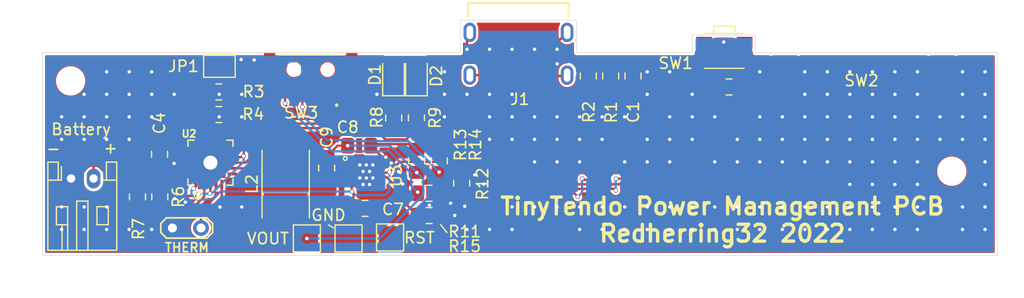
<source format=kicad_pcb>
(kicad_pcb (version 20171130) (host pcbnew "(5.1.10)-1")
  (layers (0 F.Cu signal) (31 B.Cu signal) (34 B.Paste user) (35 F.Paste user) (36 B.SilkS user) (37 F.SilkS user) (38 B.Mask user) (39 F.Mask user) (44 Edge.Cuts user))
  (net 0 "")
  (net 1 /GND)
  (net 2 "Net-(BT1-Pad1)")
  (net 3 /VBUS)
  (net 4 /VBAT)
  (net 5 /VOUT)
  (net 6 "Net-(D1-Pad1)")
  (net 7 "Net-(D2-Pad1)")
  (net 8 "Net-(J1-PadB5)")
  (net 9 "Net-(J1-PadA5)")
  (net 10 "Net-(R3-Pad1)")
  (net 11 "Net-(R4-Pad1)")
  (net 12 "Net-(R6-Pad2)")
  (net 13 "Net-(R8-Pad2)")
  (net 14 "Net-(R9-Pad2)")
  (net 15 "Net-(U2-Pad6)")
  (net 16 "Net-(THERM1-Pad1)")
  (net 17 /RST)
  (net 18 "Net-(C8-Pad2)")
  (net 19 "Net-(L2-Pad2)")
  (net 20 "Net-(L2-Pad1)")
  (net 21 "Net-(R11-Pad1)")
  (net 22 "Net-(R15-Pad1)")
  (net 23 "Net-(U3-Pad8)")
  (net 24 "Net-(U3-Pad7)")
  (net 25 "Net-(JP1-Pad1)")
  (net 26 "Net-(JP1-Pad2)")
  (module Capacitor_SMD:C_0805_2012Metric_Pad1.15x1.40mm_HandSolder (layer F.Cu) (at 95.005 25.34)
    (fp_text reference REF**)
    (fp_text value C_0805_2012Metric_Pad1.15x1.40mm_HandSolder)
    (pad 2 smd roundrect (at 1.025 0) (size 1.15 1.4) (layers F.Cu F.Paste F.Mask) (roundrect_rratio 0.217) (net 17 /RST))
    (pad 1 smd roundrect (at -1.025 0) (size 1.15 1.4) (layers F.Cu F.Paste F.Mask) (roundrect_rratio 0.217) (net 1 /GND))
  )
  (module Chargeboost2:ISL9110 (layer F.Cu) (at 62.8 33.15)
    (fp_text reference U3 (at 2.63 0.07 90) (layer F.SilkS))
    (fp_text value ISL9110IRTAZ)
    (pad 7 smd rect (at 1.3 1) (size 0.6 0.2) (layers F.Cu F.Paste F.Mask) (net 24 "Net-(U3-Pad7)"))
    (pad 6 smd rect (at -1.3 1) (size 0.6 0.2) (layers F.Cu F.Paste F.Mask) (net 4 /VBAT))
    (pad 8 smd rect (at 1.3 0.6) (size 0.6 0.2) (layers F.Cu F.Paste F.Mask) (net 23 "Net-(U3-Pad8)"))
    (pad 5 smd rect (at -1.3 0.6) (size 0.6 0.2) (layers F.Cu F.Paste F.Mask) (net 4 /VBAT))
    (pad 9 smd rect (at 1.3 0.2) (size 0.6 0.2) (layers F.Cu F.Paste F.Mask) (net 22 "Net-(R15-Pad1)"))
    (pad 4 smd rect (at -1.3 0.2) (size 0.6 0.2) (layers F.Cu F.Paste F.Mask) (net 20 "Net-(L2-Pad1)"))
    (pad 10 smd rect (at 1.3 -0.2) (size 0.6 0.2) (layers F.Cu F.Paste F.Mask) (net 4 /VBAT))
    (pad 3 smd rect (at -1.3 -0.2) (size 0.6 0.2) (layers F.Cu F.Paste F.Mask) (net 1 /GND))
    (pad 11 smd rect (at 1.3 -0.6) (size 0.6 0.2) (layers F.Cu F.Paste F.Mask) (net 1 /GND))
    (pad 2 smd rect (at -1.3 -0.6) (size 0.6 0.2) (layers F.Cu F.Paste F.Mask) (net 19 "Net-(L2-Pad2)"))
    (pad 12 smd rect (at 1.3 -1) (size 0.6 0.2) (layers F.Cu F.Paste F.Mask) (net 18 "Net-(C8-Pad2)"))
    (pad 1 smd rect (at -1.3 -1) (size 0.6 0.2) (layers F.Cu F.Paste F.Mask) (net 5 /VOUT))
    (pad 3 thru_hole circle (at 0.29 0.85) (size 0.55 0.55) (drill 0.3) (layers *.Cu *.Mask) (net 1 /GND))
    (pad 3 thru_hole circle (at -0.29 0.85) (size 0.55 0.55) (drill 0.3) (layers *.Cu *.Mask) (net 1 /GND))
    (pad 3 thru_hole circle (at 0.58 0.27) (size 0.55 0.55) (drill 0.3) (layers *.Cu *.Mask) (net 1 /GND))
    (pad 3 thru_hole circle (at 0 0.27) (size 0.55 0.55) (drill 0.3) (layers *.Cu *.Mask) (net 1 /GND))
    (pad 3 thru_hole circle (at -0.58 0.27) (size 0.55 0.55) (drill 0.3) (layers *.Cu *.Mask) (net 1 /GND))
    (pad 3 thru_hole circle (at 0.29 -0.31) (size 0.55 0.55) (drill 0.3) (layers *.Cu *.Mask) (net 1 /GND))
    (pad 3 thru_hole circle (at -0.29 -0.31) (size 0.55 0.55) (drill 0.3) (layers *.Cu *.Mask) (net 1 /GND))
    (pad 3 thru_hole circle (at 0.58 -0.89) (size 0.55 0.55) (drill 0.3) (layers *.Cu *.Mask) (net 1 /GND))
    (pad 3 thru_hole circle (at 0 -0.89) (size 0.55 0.55) (drill 0.3) (layers *.Cu *.Mask) (net 1 /GND))
    (pad 3 thru_hole circle (at -0.58 -0.89) (size 0.55 0.55) (drill 0.3) (layers *.Cu *.Mask) (net 1 /GND))
    (pad 3 smd rect (at 0 0) (size 1.7 2.45) (layers F.Cu F.Paste F.Mask) (net 1 /GND))
  )
  (module Capacitor_SMD:C_0805_2012Metric_Pad1.15x1.40mm_HandSolder (layer F.Cu) (at 59.28 32.54 270)
    (fp_text reference C9 (at -2.74 0 90) (layer F.SilkS))
    (fp_text value 10uF)
    (pad 2 smd roundrect (at 1.025 0 270) (size 1.15 1.4) (layers F.Cu F.Paste F.Mask) (roundrect_rratio 0.2173904347826087) (net 1 /GND))
    (pad 1 smd roundrect (at -1.025 0 270) (size 1.15 1.4) (layers F.Cu F.Paste F.Mask) (roundrect_rratio 0.2173904347826087) (net 5 /VOUT))
  )
  (module Chargeboost2:PCM12SMTR (layer F.Cu) (at 57.86 23.8 180)
    (fp_text reference SW3 (at 0.85 -3.83) (layer F.SilkS))
    (fp_text value SW_SPDT hide)
    (pad MP4 smd rect (at 3.65 -1.1 270) (size 0.8 1) (layers F.Cu F.Paste F.Mask) (net 1 /GND))
    (pad MP3 smd rect (at 3.65 1.1 270) (size 0.8 1) (layers F.Cu F.Paste F.Mask) (net 1 /GND))
    (pad MP2 smd rect (at -3.65 1.1 270) (size 0.8 1) (layers F.Cu F.Paste F.Mask) (net 1 /GND))
    (pad MP1 smd rect (at -3.65 -1.1 270) (size 0.8 1) (layers F.Cu F.Paste F.Mask) (net 1 /GND))
    (pad MH2 np_thru_hole circle (at 1.5 0 180) (size 0.9 0) (drill 0.9) (layers *.Cu *.Mask))
    (pad MH1 np_thru_hole circle (at -1.5 0 180) (size 0.9 0) (drill 0.9) (layers *.Cu *.Mask))
    (pad 3 smd rect (at 2.25 -1.75 180) (size 0.7 1.5) (layers F.Cu F.Paste F.Mask) (net 25 "Net-(JP1-Pad1)"))
    (pad 2 smd rect (at 0.75 -1.75 180) (size 0.7 1.5) (layers F.Cu F.Paste F.Mask) (net 26 "Net-(JP1-Pad2)"))
    (pad 1 smd rect (at -2.25 -1.75 180) (size 0.7 1.5) (layers F.Cu F.Paste F.Mask) (net 1 /GND))
  )
  (module Jumper:SolderJumper-2_P1.3mm_Open_Pad1.0x1.5mm (layer F.Cu) (at 49.75 23.48)
    (fp_text reference JP1 (at -3.19 0.02) (layer F.SilkS))
    (fp_text value " ")
    (pad 1 smd rect (at -0.65 0) (size 1 1.5) (layers F.Cu F.Mask) (net 25 "Net-(JP1-Pad1)"))
    (pad 2 smd rect (at 0.65 0) (size 1 1.5) (layers F.Cu F.Mask) (net 26 "Net-(JP1-Pad2)"))
  )
  (module Resistor_SMD:R_0805_2012Metric_Pad1.15x1.40mm_HandSolder (layer F.Cu) (at 68.375 36.76)
    (fp_text reference R15 (at 3.155 2.72) (layer F.SilkS))
    (fp_text value 1K)
    (pad 2 smd roundrect (at 1.025 0) (size 1.15 1.4) (layers F.Cu F.Paste F.Mask) (roundrect_rratio 0.2173904347826087) (net 1 /GND))
    (pad 1 smd roundrect (at -1.025 0) (size 1.15 1.4) (layers F.Cu F.Paste F.Mask) (roundrect_rratio 0.2173904347826087) (net 22 "Net-(R15-Pad1)"))
  )
  (module Resistor_SMD:R_0805_2012Metric_Pad1.15x1.40mm_HandSolder (layer F.Cu) (at 69.28 31.895 270)
    (fp_text reference R14 (at -1.425 -3.21 90) (layer F.SilkS))
    (fp_text value 190K)
    (pad 2 smd roundrect (at 1.025 0 270) (size 1.15 1.4) (layers F.Cu F.Paste F.Mask) (roundrect_rratio 0.2173904347826087) (net 26 "Net-(JP1-Pad2)"))
    (pad 1 smd roundrect (at -1.025 0 270) (size 1.15 1.4) (layers F.Cu F.Paste F.Mask) (roundrect_rratio 0.2173904347826087) (net 18 "Net-(C8-Pad2)"))
  )
  (module Resistor_SMD:R_0805_2012Metric_Pad1.15x1.40mm_HandSolder (layer F.Cu) (at 67.27 31.895 90)
    (fp_text reference R13 (at 1.425 3.89 90) (layer F.SilkS))
    (fp_text value 1M)
    (pad 2 smd roundrect (at 1.025 0 90) (size 1.15 1.4) (layers F.Cu F.Paste F.Mask) (roundrect_rratio 0.2173904347826087) (net 18 "Net-(C8-Pad2)"))
    (pad 1 smd roundrect (at -1.025 0 90) (size 1.15 1.4) (layers F.Cu F.Paste F.Mask) (roundrect_rratio 0.2173904347826087) (net 5 /VOUT))
  )
  (module Resistor_SMD:R_0805_2012Metric_Pad1.15x1.40mm_HandSolder (layer F.Cu) (at 71.27 33.885 270)
    (fp_text reference R12 (at 0.065 -1.85 90) (layer F.SilkS))
    (fp_text value 4K)
    (pad 2 smd roundrect (at 1.025 0 270) (size 1.15 1.4) (layers F.Cu F.Paste F.Mask) (roundrect_rratio 0.2173904347826087) (net 21 "Net-(R11-Pad1)"))
    (pad 1 smd roundrect (at -1.025 0 270) (size 1.15 1.4) (layers F.Cu F.Paste F.Mask) (roundrect_rratio 0.2173904347826087) (net 1 /GND))
  )
  (module Resistor_SMD:R_0805_2012Metric_Pad1.15x1.40mm_HandSolder (layer F.Cu) (at 68.375 34.78 180)
    (fp_text reference R11 (at -3.155 -3.4) (layer F.SilkS))
    (fp_text value 130K)
    (pad 2 smd roundrect (at 1.025 0 180) (size 1.15 1.4) (layers F.Cu F.Paste F.Mask) (roundrect_rratio 0.2173904347826087) (net 25 "Net-(JP1-Pad1)"))
    (pad 1 smd roundrect (at -1.025 0 180) (size 1.15 1.4) (layers F.Cu F.Paste F.Mask) (roundrect_rratio 0.2173904347826087) (net 21 "Net-(R11-Pad1)"))
  )
  (module Inductor_SMD:L_Taiyo-Yuden_NR-40xx_HandSoldering (layer F.Cu) (at 55.64 33.96 90)
    (fp_text reference L2 (at 0 -3 90) (layer F.SilkS))
    (fp_text value 2.2uH)
    (pad 2 smd rect (at 1.9 0 90) (size 2.2 3.9) (layers F.Cu F.Paste F.Mask) (net 19 "Net-(L2-Pad2)"))
    (pad 1 smd rect (at -1.9 0 90) (size 2.2 3.9) (layers F.Cu F.Paste F.Mask) (net 20 "Net-(L2-Pad1)"))
  )
  (module Capacitor_SMD:C_0805_2012Metric_Pad1.15x1.40mm_HandSolder (layer F.Cu) (at 62.165 30.55)
    (fp_text reference C8 (at -1.015 -1.64) (layer F.SilkS))
    (fp_text value 56pF)
    (pad 1 smd roundrect (at -1.025 0) (size 1.15 1.4) (layers F.Cu F.Paste F.Mask) (roundrect_rratio 0.2173904347826087) (net 5 /VOUT))
    (pad 2 smd roundrect (at 1.025 0) (size 1.15 1.4) (layers F.Cu F.Paste F.Mask) (roundrect_rratio 0.2173904347826087) (net 18 "Net-(C8-Pad2)"))
  )
  (module Capacitor_SMD:C_0805_2012Metric_Pad1.15x1.40mm_HandSolder (layer F.Cu) (at 62.68 36.12)
    (fp_text reference C7 (at 2.49 0.09) (layer F.SilkS))
    (fp_text value 10uF)
    (pad 2 smd roundrect (at 1.025 0) (size 1.15 1.4) (layers F.Cu F.Paste F.Mask) (roundrect_rratio 0.2173904347826087) (net 1 /GND))
    (pad 1 smd roundrect (at -1.025 0) (size 1.15 1.4) (layers F.Cu F.Paste F.Mask) (roundrect_rratio 0.2173904347826087) (net 4 /VBAT))
  )
  (module ChargeBoost:JST_PH_S2B-PH-K_1x02_P2.00mm_Horizontal-Mirrored (layer F.Cu) (at 36.58 33.47)
    (fp_text reference BT1)
    (fp_text value 2800mAh)
    (pad 2 thru_hole roundrect (at 0 0) (size 1.2 1.75) (drill 0.75) (layers *.Cu *.Mask) (roundrect_rratio 0.2083325) (net 1 /GND))
    (pad 1 thru_hole oval (at 2 0) (size 1.2 1.75) (drill 0.75) (layers *.Cu *.Mask) (net 2 "Net-(BT1-Pad1)"))
  )
  (module MountingHole:MountingHole_2.2mm_M2 (layer F.Cu) (at 114.79 32.82)
    (fp_text reference " " (at 0 -3.2) (layer F.SilkS))
    (fp_text value MountingHole_2.2mm_M2)
    (pad 1 np_thru_hole circle (at 0 0) (size 2.2 2.2) (drill 2.2) (layers *.Cu *.Mask))
  )
  (module MountingHole:MountingHole_2.2mm_M2 (layer F.Cu) (at 36.54 24.8)
    (fp_text reference " " (at 0 -3.2) (layer F.SilkS))
    (fp_text value MountingHole_2.2mm_M2)
    (pad 1 np_thru_hole circle (at 0 0) (size 2.2 2.2) (drill 2.2) (layers *.Cu *.Mask))
  )
  (module TestPoint:TestPoint_2Pads_Pitch2.54mm_Drill0.8mm (layer F.Cu) (at 48.12 37.86 180)
    (fp_text reference THERM (at 1.25 -1.74) (layer F.SilkS) (effects (font (size 0.8 0.8))))
    (fp_text value 15K)
    (pad 2 thru_hole circle (at 2.54 0 180) (size 1.4 1.4) (drill 0.8) (layers *.Cu *.Mask) (net 1 /GND))
    (pad 1 thru_hole circle (at 0 0 180) (size 1.4 1.4) (drill 0.8) (layers *.Cu *.Mask) (net 16 "Net-(THERM1-Pad1)"))
  )
  (module Button_Switch_SMD:SW_SPST_EVQP7A (layer F.Cu) (at 94.59 22.13 180)
    (fp_text reference SW1 (at 4.32 -1.1) (layer F.SilkS))
    (fp_text value SW_Push)
    (pad 2 smd rect (at -1.8 0.72 180) (size 1.4 1.05) (layers F.Cu F.Paste F.Mask) (net 17 /RST))
    (pad 2 smd rect (at 1.8 0.72 180) (size 1.4 1.05) (layers F.Cu F.Paste F.Mask) (net 17 /RST))
    (pad 1 smd rect (at -1.8 -0.72 180) (size 1.4 1.05) (layers F.Cu F.Paste F.Mask) (net 1 /GND))
    (pad 1 smd rect (at 1.8 -0.72 180) (size 1.4 1.05) (layers F.Cu F.Paste F.Mask) (net 1 /GND))
  )
  (module ChargeBoost:PWR (layer F.Cu) (at 99.95 24.28)
    (fp_text reference SW2 (at 6.82 0.49) (layer F.SilkS))
    (fp_text value PWR)
    (pad 2 smd rect (at 14 0) (size 2.2 3.5) (layers F.Cu F.Paste F.Mask) (net 4 /VBAT))
    (pad 1 smd rect (at 0 0) (size 2.2 3.5) (layers F.Cu F.Paste F.Mask) (net 22 "Net-(R15-Pad1)"))
  )
  (module ChargeBoost:GCT_USB4125-GF-A_REVA2 (layer F.Cu) (at 76.31 21.29 180)
    (fp_text reference J1 (at -0.125 -5.135) (layer F.SilkS))
    (fp_text value USB4125-GF-A_REVA2)
    (fp_poly (pts (xy -4.32 -0.05) (xy -4.348785 -0.049246) (xy -4.377491 -0.046987) (xy -4.406039 -0.043229) (xy -4.434351 -0.037981) (xy -4.46235 -0.031259) (xy -4.489959 -0.023081) (xy -4.517102 -0.013469) (xy -4.543705 -0.00245) (xy -4.569695 0.009946) (xy -4.595 0.023686) (xy -4.619551 0.038731) (xy -4.643282 0.055041) (xy -4.666126 0.07257) (xy -4.688022 0.09127) (xy -4.708909 0.111091) (xy -4.72873 0.131978) (xy -4.74743 0.153874) (xy -4.764959 0.176718) (xy -4.781269 0.200449) (xy -4.796314 0.225) (xy -4.810054 0.250305) (xy -4.82245 0.276295) (xy -4.833469 0.302898) (xy -4.843081 0.330041) (xy -4.851259 0.35765) (xy -4.857981 0.385649) (xy -4.863229 0.413961) (xy -4.866987 0.442509) (xy -4.869246 0.471215) (xy -4.87 0.5) (xy -4.87 1.1) (xy -4.869246 1.128785) (xy -4.866987 1.157491) (xy -4.863229 1.186039) (xy -4.857981 1.214351) (xy -4.851259 1.24235) (xy -4.843081 1.269959) (xy -4.833469 1.297102) (xy -4.82245 1.323705) (xy -4.810054 1.349695) (xy -4.796314 1.375) (xy -4.781269 1.399551) (xy -4.764959 1.423282) (xy -4.74743 1.446126) (xy -4.72873 1.468022) (xy -4.708909 1.488909) (xy -4.688022 1.50873) (xy -4.666126 1.52743) (xy -4.643282 1.544959) (xy -4.619551 1.561269) (xy -4.595 1.576314) (xy -4.569695 1.590054) (xy -4.543705 1.60245) (xy -4.517102 1.613469) (xy -4.489959 1.623081) (xy -4.46235 1.631259) (xy -4.434351 1.637981) (xy -4.406039 1.643229) (xy -4.377491 1.646987) (xy -4.348785 1.649246) (xy -4.32 1.65) (xy -4.291215 1.649246) (xy -4.262509 1.646987) (xy -4.233961 1.643229) (xy -4.205649 1.637981) (xy -4.17765 1.631259) (xy -4.150041 1.623081) (xy -4.122898 1.613469) (xy -4.096295 1.60245) (xy -4.070305 1.590054) (xy -4.045 1.576314) (xy -4.020449 1.561269) (xy -3.996718 1.544959) (xy -3.973874 1.52743) (xy -3.951978 1.50873) (xy -3.931091 1.488909) (xy -3.91127 1.468022) (xy -3.89257 1.446126) (xy -3.875041 1.423282) (xy -3.858731 1.399551) (xy -3.843686 1.375) (xy -3.829946 1.349695) (xy -3.81755 1.323705) (xy -3.806531 1.297102) (xy -3.796919 1.269959) (xy -3.788741 1.24235) (xy -3.782019 1.214351) (xy -3.776771 1.186039) (xy -3.773013 1.157491) (xy -3.770754 1.128785) (xy -3.77 1.1) (xy -3.77 0.5) (xy -3.770754 0.471215) (xy -3.773013 0.442509) (xy -3.776771 0.413961) (xy -3.782019 0.385649) (xy -3.788741 0.35765) (xy -3.796919 0.330041) (xy -3.806531 0.302898) (xy -3.81755 0.276295) (xy -3.829946 0.250305) (xy -3.843686 0.225) (xy -3.858731 0.200449) (xy -3.875041 0.176718) (xy -3.89257 0.153874) (xy -3.91127 0.131978) (xy -3.931091 0.111091) (xy -3.951978 0.09127) (xy -3.973874 0.07257) (xy -3.996718 0.055041) (xy -4.020449 0.038731) (xy -4.045 0.023686) (xy -4.070305 0.009946) (xy -4.096295 -0.00245) (xy -4.122898 -0.013469) (xy -4.150041 -0.023081) (xy -4.17765 -0.031259) (xy -4.205649 -0.037981) (xy -4.233961 -0.043229) (xy -4.262509 -0.046987) (xy -4.291215 -0.049246) (xy -4.32 -0.05)) (layer B.Cu) (width 0.01))
    (fp_poly (pts (xy -4.32 -0.05) (xy -4.348785 -0.049246) (xy -4.377491 -0.046987) (xy -4.406039 -0.043229) (xy -4.434351 -0.037981) (xy -4.46235 -0.031259) (xy -4.489959 -0.023081) (xy -4.517102 -0.013469) (xy -4.543705 -0.00245) (xy -4.569695 0.009946) (xy -4.595 0.023686) (xy -4.619551 0.038731) (xy -4.643282 0.055041) (xy -4.666126 0.07257) (xy -4.688022 0.09127) (xy -4.708909 0.111091) (xy -4.72873 0.131978) (xy -4.74743 0.153874) (xy -4.764959 0.176718) (xy -4.781269 0.200449) (xy -4.796314 0.225) (xy -4.810054 0.250305) (xy -4.82245 0.276295) (xy -4.833469 0.302898) (xy -4.843081 0.330041) (xy -4.851259 0.35765) (xy -4.857981 0.385649) (xy -4.863229 0.413961) (xy -4.866987 0.442509) (xy -4.869246 0.471215) (xy -4.87 0.5) (xy -4.87 1.1) (xy -4.869246 1.128785) (xy -4.866987 1.157491) (xy -4.863229 1.186039) (xy -4.857981 1.214351) (xy -4.851259 1.24235) (xy -4.843081 1.269959) (xy -4.833469 1.297102) (xy -4.82245 1.323705) (xy -4.810054 1.349695) (xy -4.796314 1.375) (xy -4.781269 1.399551) (xy -4.764959 1.423282) (xy -4.74743 1.446126) (xy -4.72873 1.468022) (xy -4.708909 1.488909) (xy -4.688022 1.50873) (xy -4.666126 1.52743) (xy -4.643282 1.544959) (xy -4.619551 1.561269) (xy -4.595 1.576314) (xy -4.569695 1.590054) (xy -4.543705 1.60245) (xy -4.517102 1.613469) (xy -4.489959 1.623081) (xy -4.46235 1.631259) (xy -4.434351 1.637981) (xy -4.406039 1.643229) (xy -4.377491 1.646987) (xy -4.348785 1.649246) (xy -4.32 1.65) (xy -4.291215 1.649246) (xy -4.262509 1.646987) (xy -4.233961 1.643229) (xy -4.205649 1.637981) (xy -4.17765 1.631259) (xy -4.150041 1.623081) (xy -4.122898 1.613469) (xy -4.096295 1.60245) (xy -4.070305 1.590054) (xy -4.045 1.576314) (xy -4.020449 1.561269) (xy -3.996718 1.544959) (xy -3.973874 1.52743) (xy -3.951978 1.50873) (xy -3.931091 1.488909) (xy -3.91127 1.468022) (xy -3.89257 1.446126) (xy -3.875041 1.423282) (xy -3.858731 1.399551) (xy -3.843686 1.375) (xy -3.829946 1.349695) (xy -3.81755 1.323705) (xy -3.806531 1.297102) (xy -3.796919 1.269959) (xy -3.788741 1.24235) (xy -3.782019 1.214351) (xy -3.776771 1.186039) (xy -3.773013 1.157491) (xy -3.770754 1.128785) (xy -3.77 1.1) (xy -3.77 0.5) (xy -3.770754 0.471215) (xy -3.773013 0.442509) (xy -3.776771 0.413961) (xy -3.782019 0.385649) (xy -3.788741 0.35765) (xy -3.796919 0.330041) (xy -3.806531 0.302898) (xy -3.81755 0.276295) (xy -3.829946 0.250305) (xy -3.843686 0.225) (xy -3.858731 0.200449) (xy -3.875041 0.176718) (xy -3.89257 0.153874) (xy -3.91127 0.131978) (xy -3.931091 0.111091) (xy -3.951978 0.09127) (xy -3.973874 0.07257) (xy -3.996718 0.055041) (xy -4.020449 0.038731) (xy -4.045 0.023686) (xy -4.070305 0.009946) (xy -4.096295 -0.00245) (xy -4.122898 -0.013469) (xy -4.150041 -0.023081) (xy -4.17765 -0.031259) (xy -4.205649 -0.037981) (xy -4.233961 -0.043229) (xy -4.262509 -0.046987) (xy -4.291215 -0.049246) (xy -4.32 -0.05)) (layer F.Cu) (width 0.01))
    (fp_poly (pts (xy 4.32 -0.05) (xy 4.291215 -0.049246) (xy 4.262509 -0.046987) (xy 4.233961 -0.043229) (xy 4.205649 -0.037981) (xy 4.17765 -0.031259) (xy 4.150041 -0.023081) (xy 4.122898 -0.013469) (xy 4.096295 -0.00245) (xy 4.070305 0.009946) (xy 4.045 0.023686) (xy 4.020449 0.038731) (xy 3.996718 0.055041) (xy 3.973874 0.07257) (xy 3.951978 0.09127) (xy 3.931091 0.111091) (xy 3.91127 0.131978) (xy 3.89257 0.153874) (xy 3.875041 0.176718) (xy 3.858731 0.200449) (xy 3.843686 0.225) (xy 3.829946 0.250305) (xy 3.81755 0.276295) (xy 3.806531 0.302898) (xy 3.796919 0.330041) (xy 3.788741 0.35765) (xy 3.782019 0.385649) (xy 3.776771 0.413961) (xy 3.773013 0.442509) (xy 3.770754 0.471215) (xy 3.77 0.5) (xy 3.77 1.1) (xy 3.770754 1.128785) (xy 3.773013 1.157491) (xy 3.776771 1.186039) (xy 3.782019 1.214351) (xy 3.788741 1.24235) (xy 3.796919 1.269959) (xy 3.806531 1.297102) (xy 3.81755 1.323705) (xy 3.829946 1.349695) (xy 3.843686 1.375) (xy 3.858731 1.399551) (xy 3.875041 1.423282) (xy 3.89257 1.446126) (xy 3.91127 1.468022) (xy 3.931091 1.488909) (xy 3.951978 1.50873) (xy 3.973874 1.52743) (xy 3.996718 1.544959) (xy 4.020449 1.561269) (xy 4.045 1.576314) (xy 4.070305 1.590054) (xy 4.096295 1.60245) (xy 4.122898 1.613469) (xy 4.150041 1.623081) (xy 4.17765 1.631259) (xy 4.205649 1.637981) (xy 4.233961 1.643229) (xy 4.262509 1.646987) (xy 4.291215 1.649246) (xy 4.32 1.65) (xy 4.348785 1.649246) (xy 4.377491 1.646987) (xy 4.406039 1.643229) (xy 4.434351 1.637981) (xy 4.46235 1.631259) (xy 4.489959 1.623081) (xy 4.517102 1.613469) (xy 4.543705 1.60245) (xy 4.569695 1.590054) (xy 4.595 1.576314) (xy 4.619551 1.561269) (xy 4.643282 1.544959) (xy 4.666126 1.52743) (xy 4.688022 1.50873) (xy 4.708909 1.488909) (xy 4.72873 1.468022) (xy 4.74743 1.446126) (xy 4.764959 1.423282) (xy 4.781269 1.399551) (xy 4.796314 1.375) (xy 4.810054 1.349695) (xy 4.82245 1.323705) (xy 4.833469 1.297102) (xy 4.843081 1.269959) (xy 4.851259 1.24235) (xy 4.857981 1.214351) (xy 4.863229 1.186039) (xy 4.866987 1.157491) (xy 4.869246 1.128785) (xy 4.87 1.1) (xy 4.87 0.5) (xy 4.869246 0.471215) (xy 4.866987 0.442509) (xy 4.863229 0.413961) (xy 4.857981 0.385649) (xy 4.851259 0.35765) (xy 4.843081 0.330041) (xy 4.833469 0.302898) (xy 4.82245 0.276295) (xy 4.810054 0.250305) (xy 4.796314 0.225) (xy 4.781269 0.200449) (xy 4.764959 0.176718) (xy 4.74743 0.153874) (xy 4.72873 0.131978) (xy 4.708909 0.111091) (xy 4.688022 0.09127) (xy 4.666126 0.07257) (xy 4.643282 0.055041) (xy 4.619551 0.038731) (xy 4.595 0.023686) (xy 4.569695 0.009946) (xy 4.543705 -0.00245) (xy 4.517102 -0.013469) (xy 4.489959 -0.023081) (xy 4.46235 -0.031259) (xy 4.434351 -0.037981) (xy 4.406039 -0.043229) (xy 4.377491 -0.046987) (xy 4.348785 -0.049246) (xy 4.32 -0.05)) (layer B.Cu) (width 0.01))
    (fp_poly (pts (xy 4.32 -0.05) (xy 4.291215 -0.049246) (xy 4.262509 -0.046987) (xy 4.233961 -0.043229) (xy 4.205649 -0.037981) (xy 4.17765 -0.031259) (xy 4.150041 -0.023081) (xy 4.122898 -0.013469) (xy 4.096295 -0.00245) (xy 4.070305 0.009946) (xy 4.045 0.023686) (xy 4.020449 0.038731) (xy 3.996718 0.055041) (xy 3.973874 0.07257) (xy 3.951978 0.09127) (xy 3.931091 0.111091) (xy 3.91127 0.131978) (xy 3.89257 0.153874) (xy 3.875041 0.176718) (xy 3.858731 0.200449) (xy 3.843686 0.225) (xy 3.829946 0.250305) (xy 3.81755 0.276295) (xy 3.806531 0.302898) (xy 3.796919 0.330041) (xy 3.788741 0.35765) (xy 3.782019 0.385649) (xy 3.776771 0.413961) (xy 3.773013 0.442509) (xy 3.770754 0.471215) (xy 3.77 0.5) (xy 3.77 1.1) (xy 3.770754 1.128785) (xy 3.773013 1.157491) (xy 3.776771 1.186039) (xy 3.782019 1.214351) (xy 3.788741 1.24235) (xy 3.796919 1.269959) (xy 3.806531 1.297102) (xy 3.81755 1.323705) (xy 3.829946 1.349695) (xy 3.843686 1.375) (xy 3.858731 1.399551) (xy 3.875041 1.423282) (xy 3.89257 1.446126) (xy 3.91127 1.468022) (xy 3.931091 1.488909) (xy 3.951978 1.50873) (xy 3.973874 1.52743) (xy 3.996718 1.544959) (xy 4.020449 1.561269) (xy 4.045 1.576314) (xy 4.070305 1.590054) (xy 4.096295 1.60245) (xy 4.122898 1.613469) (xy 4.150041 1.623081) (xy 4.17765 1.631259) (xy 4.205649 1.637981) (xy 4.233961 1.643229) (xy 4.262509 1.646987) (xy 4.291215 1.649246) (xy 4.32 1.65) (xy 4.348785 1.649246) (xy 4.377491 1.646987) (xy 4.406039 1.643229) (xy 4.434351 1.637981) (xy 4.46235 1.631259) (xy 4.489959 1.623081) (xy 4.517102 1.613469) (xy 4.543705 1.60245) (xy 4.569695 1.590054) (xy 4.595 1.576314) (xy 4.619551 1.561269) (xy 4.643282 1.544959) (xy 4.666126 1.52743) (xy 4.688022 1.50873) (xy 4.708909 1.488909) (xy 4.72873 1.468022) (xy 4.74743 1.446126) (xy 4.764959 1.423282) (xy 4.781269 1.399551) (xy 4.796314 1.375) (xy 4.810054 1.349695) (xy 4.82245 1.323705) (xy 4.833469 1.297102) (xy 4.843081 1.269959) (xy 4.851259 1.24235) (xy 4.857981 1.214351) (xy 4.863229 1.186039) (xy 4.866987 1.157491) (xy 4.869246 1.128785) (xy 4.87 1.1) (xy 4.87 0.5) (xy 4.869246 0.471215) (xy 4.866987 0.442509) (xy 4.863229 0.413961) (xy 4.857981 0.385649) (xy 4.851259 0.35765) (xy 4.843081 0.330041) (xy 4.833469 0.302898) (xy 4.82245 0.276295) (xy 4.810054 0.250305) (xy 4.796314 0.225) (xy 4.781269 0.200449) (xy 4.764959 0.176718) (xy 4.74743 0.153874) (xy 4.72873 0.131978) (xy 4.708909 0.111091) (xy 4.688022 0.09127) (xy 4.666126 0.07257) (xy 4.643282 0.055041) (xy 4.619551 0.038731) (xy 4.595 0.023686) (xy 4.569695 0.009946) (xy 4.543705 -0.00245) (xy 4.517102 -0.013469) (xy 4.489959 -0.023081) (xy 4.46235 -0.031259) (xy 4.434351 -0.037981) (xy 4.406039 -0.043229) (xy 4.377491 -0.046987) (xy 4.348785 -0.049246) (xy 4.32 -0.05)) (layer F.Cu) (width 0.01))
    (fp_poly (pts (xy -4.32 -3.85) (xy -4.348785 -3.849246) (xy -4.377491 -3.846987) (xy -4.406039 -3.843229) (xy -4.434351 -3.837981) (xy -4.46235 -3.831259) (xy -4.489959 -3.823081) (xy -4.517102 -3.813469) (xy -4.543705 -3.80245) (xy -4.569695 -3.790054) (xy -4.595 -3.776314) (xy -4.619551 -3.761269) (xy -4.643282 -3.744959) (xy -4.666126 -3.72743) (xy -4.688022 -3.70873) (xy -4.708909 -3.688909) (xy -4.72873 -3.668022) (xy -4.74743 -3.646126) (xy -4.764959 -3.623282) (xy -4.781269 -3.599551) (xy -4.796314 -3.575) (xy -4.810054 -3.549695) (xy -4.82245 -3.523705) (xy -4.833469 -3.497102) (xy -4.843081 -3.469959) (xy -4.851259 -3.44235) (xy -4.857981 -3.414351) (xy -4.863229 -3.386039) (xy -4.866987 -3.357491) (xy -4.869246 -3.328785) (xy -4.87 -3.3) (xy -4.87 -2.7) (xy -4.869246 -2.671215) (xy -4.866987 -2.642509) (xy -4.863229 -2.613961) (xy -4.857981 -2.585649) (xy -4.851259 -2.55765) (xy -4.843081 -2.530041) (xy -4.833469 -2.502898) (xy -4.82245 -2.476295) (xy -4.810054 -2.450305) (xy -4.796314 -2.425) (xy -4.781269 -2.400449) (xy -4.764959 -2.376718) (xy -4.74743 -2.353874) (xy -4.72873 -2.331978) (xy -4.708909 -2.311091) (xy -4.688022 -2.29127) (xy -4.666126 -2.27257) (xy -4.643282 -2.255041) (xy -4.619551 -2.238731) (xy -4.595 -2.223686) (xy -4.569695 -2.209946) (xy -4.543705 -2.19755) (xy -4.517102 -2.186531) (xy -4.489959 -2.176919) (xy -4.46235 -2.168741) (xy -4.434351 -2.162019) (xy -4.406039 -2.156771) (xy -4.377491 -2.153013) (xy -4.348785 -2.150754) (xy -4.32 -2.15) (xy -4.291215 -2.150754) (xy -4.262509 -2.153013) (xy -4.233961 -2.156771) (xy -4.205649 -2.162019) (xy -4.17765 -2.168741) (xy -4.150041 -2.176919) (xy -4.122898 -2.186531) (xy -4.096295 -2.19755) (xy -4.070305 -2.209946) (xy -4.045 -2.223686) (xy -4.020449 -2.238731) (xy -3.996718 -2.255041) (xy -3.973874 -2.27257) (xy -3.951978 -2.29127) (xy -3.931091 -2.311091) (xy -3.91127 -2.331978) (xy -3.89257 -2.353874) (xy -3.875041 -2.376718) (xy -3.858731 -2.400449) (xy -3.843686 -2.425) (xy -3.829946 -2.450305) (xy -3.81755 -2.476295) (xy -3.806531 -2.502898) (xy -3.796919 -2.530041) (xy -3.788741 -2.55765) (xy -3.782019 -2.585649) (xy -3.776771 -2.613961) (xy -3.773013 -2.642509) (xy -3.770754 -2.671215) (xy -3.77 -2.7) (xy -3.77 -3.3) (xy -3.770754 -3.328785) (xy -3.773013 -3.357491) (xy -3.776771 -3.386039) (xy -3.782019 -3.414351) (xy -3.788741 -3.44235) (xy -3.796919 -3.469959) (xy -3.806531 -3.497102) (xy -3.81755 -3.523705) (xy -3.829946 -3.549695) (xy -3.843686 -3.575) (xy -3.858731 -3.599551) (xy -3.875041 -3.623282) (xy -3.89257 -3.646126) (xy -3.91127 -3.668022) (xy -3.931091 -3.688909) (xy -3.951978 -3.70873) (xy -3.973874 -3.72743) (xy -3.996718 -3.744959) (xy -4.020449 -3.761269) (xy -4.045 -3.776314) (xy -4.070305 -3.790054) (xy -4.096295 -3.80245) (xy -4.122898 -3.813469) (xy -4.150041 -3.823081) (xy -4.17765 -3.831259) (xy -4.205649 -3.837981) (xy -4.233961 -3.843229) (xy -4.262509 -3.846987) (xy -4.291215 -3.849246) (xy -4.32 -3.85)) (layer B.Cu) (width 0.01))
    (fp_poly (pts (xy -4.32 -3.85) (xy -4.348785 -3.849246) (xy -4.377491 -3.846987) (xy -4.406039 -3.843229) (xy -4.434351 -3.837981) (xy -4.46235 -3.831259) (xy -4.489959 -3.823081) (xy -4.517102 -3.813469) (xy -4.543705 -3.80245) (xy -4.569695 -3.790054) (xy -4.595 -3.776314) (xy -4.619551 -3.761269) (xy -4.643282 -3.744959) (xy -4.666126 -3.72743) (xy -4.688022 -3.70873) (xy -4.708909 -3.688909) (xy -4.72873 -3.668022) (xy -4.74743 -3.646126) (xy -4.764959 -3.623282) (xy -4.781269 -3.599551) (xy -4.796314 -3.575) (xy -4.810054 -3.549695) (xy -4.82245 -3.523705) (xy -4.833469 -3.497102) (xy -4.843081 -3.469959) (xy -4.851259 -3.44235) (xy -4.857981 -3.414351) (xy -4.863229 -3.386039) (xy -4.866987 -3.357491) (xy -4.869246 -3.328785) (xy -4.87 -3.3) (xy -4.87 -2.7) (xy -4.869246 -2.671215) (xy -4.866987 -2.642509) (xy -4.863229 -2.613961) (xy -4.857981 -2.585649) (xy -4.851259 -2.55765) (xy -4.843081 -2.530041) (xy -4.833469 -2.502898) (xy -4.82245 -2.476295) (xy -4.810054 -2.450305) (xy -4.796314 -2.425) (xy -4.781269 -2.400449) (xy -4.764959 -2.376718) (xy -4.74743 -2.353874) (xy -4.72873 -2.331978) (xy -4.708909 -2.311091) (xy -4.688022 -2.29127) (xy -4.666126 -2.27257) (xy -4.643282 -2.255041) (xy -4.619551 -2.238731) (xy -4.595 -2.223686) (xy -4.569695 -2.209946) (xy -4.543705 -2.19755) (xy -4.517102 -2.186531) (xy -4.489959 -2.176919) (xy -4.46235 -2.168741) (xy -4.434351 -2.162019) (xy -4.406039 -2.156771) (xy -4.377491 -2.153013) (xy -4.348785 -2.150754) (xy -4.32 -2.15) (xy -4.291215 -2.150754) (xy -4.262509 -2.153013) (xy -4.233961 -2.156771) (xy -4.205649 -2.162019) (xy -4.17765 -2.168741) (xy -4.150041 -2.176919) (xy -4.122898 -2.186531) (xy -4.096295 -2.19755) (xy -4.070305 -2.209946) (xy -4.045 -2.223686) (xy -4.020449 -2.238731) (xy -3.996718 -2.255041) (xy -3.973874 -2.27257) (xy -3.951978 -2.29127) (xy -3.931091 -2.311091) (xy -3.91127 -2.331978) (xy -3.89257 -2.353874) (xy -3.875041 -2.376718) (xy -3.858731 -2.400449) (xy -3.843686 -2.425) (xy -3.829946 -2.450305) (xy -3.81755 -2.476295) (xy -3.806531 -2.502898) (xy -3.796919 -2.530041) (xy -3.788741 -2.55765) (xy -3.782019 -2.585649) (xy -3.776771 -2.613961) (xy -3.773013 -2.642509) (xy -3.770754 -2.671215) (xy -3.77 -2.7) (xy -3.77 -3.3) (xy -3.770754 -3.328785) (xy -3.773013 -3.357491) (xy -3.776771 -3.386039) (xy -3.782019 -3.414351) (xy -3.788741 -3.44235) (xy -3.796919 -3.469959) (xy -3.806531 -3.497102) (xy -3.81755 -3.523705) (xy -3.829946 -3.549695) (xy -3.843686 -3.575) (xy -3.858731 -3.599551) (xy -3.875041 -3.623282) (xy -3.89257 -3.646126) (xy -3.91127 -3.668022) (xy -3.931091 -3.688909) (xy -3.951978 -3.70873) (xy -3.973874 -3.72743) (xy -3.996718 -3.744959) (xy -4.020449 -3.761269) (xy -4.045 -3.776314) (xy -4.070305 -3.790054) (xy -4.096295 -3.80245) (xy -4.122898 -3.813469) (xy -4.150041 -3.823081) (xy -4.17765 -3.831259) (xy -4.205649 -3.837981) (xy -4.233961 -3.843229) (xy -4.262509 -3.846987) (xy -4.291215 -3.849246) (xy -4.32 -3.85)) (layer F.Cu) (width 0.01))
    (fp_poly (pts (xy 4.32 -3.85) (xy 4.291215 -3.849246) (xy 4.262509 -3.846987) (xy 4.233961 -3.843229) (xy 4.205649 -3.837981) (xy 4.17765 -3.831259) (xy 4.150041 -3.823081) (xy 4.122898 -3.813469) (xy 4.096295 -3.80245) (xy 4.070305 -3.790054) (xy 4.045 -3.776314) (xy 4.020449 -3.761269) (xy 3.996718 -3.744959) (xy 3.973874 -3.72743) (xy 3.951978 -3.70873) (xy 3.931091 -3.688909) (xy 3.91127 -3.668022) (xy 3.89257 -3.646126) (xy 3.875041 -3.623282) (xy 3.858731 -3.599551) (xy 3.843686 -3.575) (xy 3.829946 -3.549695) (xy 3.81755 -3.523705) (xy 3.806531 -3.497102) (xy 3.796919 -3.469959) (xy 3.788741 -3.44235) (xy 3.782019 -3.414351) (xy 3.776771 -3.386039) (xy 3.773013 -3.357491) (xy 3.770754 -3.328785) (xy 3.77 -3.3) (xy 3.77 -2.7) (xy 3.770754 -2.671215) (xy 3.773013 -2.642509) (xy 3.776771 -2.613961) (xy 3.782019 -2.585649) (xy 3.788741 -2.55765) (xy 3.796919 -2.530041) (xy 3.806531 -2.502898) (xy 3.81755 -2.476295) (xy 3.829946 -2.450305) (xy 3.843686 -2.425) (xy 3.858731 -2.400449) (xy 3.875041 -2.376718) (xy 3.89257 -2.353874) (xy 3.91127 -2.331978) (xy 3.931091 -2.311091) (xy 3.951978 -2.29127) (xy 3.973874 -2.27257) (xy 3.996718 -2.255041) (xy 4.020449 -2.238731) (xy 4.045 -2.223686) (xy 4.070305 -2.209946) (xy 4.096295 -2.19755) (xy 4.122898 -2.186531) (xy 4.150041 -2.176919) (xy 4.17765 -2.168741) (xy 4.205649 -2.162019) (xy 4.233961 -2.156771) (xy 4.262509 -2.153013) (xy 4.291215 -2.150754) (xy 4.32 -2.15) (xy 4.348785 -2.150754) (xy 4.377491 -2.153013) (xy 4.406039 -2.156771) (xy 4.434351 -2.162019) (xy 4.46235 -2.168741) (xy 4.489959 -2.176919) (xy 4.517102 -2.186531) (xy 4.543705 -2.19755) (xy 4.569695 -2.209946) (xy 4.595 -2.223686) (xy 4.619551 -2.238731) (xy 4.643282 -2.255041) (xy 4.666126 -2.27257) (xy 4.688022 -2.29127) (xy 4.708909 -2.311091) (xy 4.72873 -2.331978) (xy 4.74743 -2.353874) (xy 4.764959 -2.376718) (xy 4.781269 -2.400449) (xy 4.796314 -2.425) (xy 4.810054 -2.450305) (xy 4.82245 -2.476295) (xy 4.833469 -2.502898) (xy 4.843081 -2.530041) (xy 4.851259 -2.55765) (xy 4.857981 -2.585649) (xy 4.863229 -2.613961) (xy 4.866987 -2.642509) (xy 4.869246 -2.671215) (xy 4.87 -2.7) (xy 4.87 -3.3) (xy 4.869246 -3.328785) (xy 4.866987 -3.357491) (xy 4.863229 -3.386039) (xy 4.857981 -3.414351) (xy 4.851259 -3.44235) (xy 4.843081 -3.469959) (xy 4.833469 -3.497102) (xy 4.82245 -3.523705) (xy 4.810054 -3.549695) (xy 4.796314 -3.575) (xy 4.781269 -3.599551) (xy 4.764959 -3.623282) (xy 4.74743 -3.646126) (xy 4.72873 -3.668022) (xy 4.708909 -3.688909) (xy 4.688022 -3.70873) (xy 4.666126 -3.72743) (xy 4.643282 -3.744959) (xy 4.619551 -3.761269) (xy 4.595 -3.776314) (xy 4.569695 -3.790054) (xy 4.543705 -3.80245) (xy 4.517102 -3.813469) (xy 4.489959 -3.823081) (xy 4.46235 -3.831259) (xy 4.434351 -3.837981) (xy 4.406039 -3.843229) (xy 4.377491 -3.846987) (xy 4.348785 -3.849246) (xy 4.32 -3.85)) (layer B.Cu) (width 0.01))
    (fp_poly (pts (xy 4.32 -3.85) (xy 4.291215 -3.849246) (xy 4.262509 -3.846987) (xy 4.233961 -3.843229) (xy 4.205649 -3.837981) (xy 4.17765 -3.831259) (xy 4.150041 -3.823081) (xy 4.122898 -3.813469) (xy 4.096295 -3.80245) (xy 4.070305 -3.790054) (xy 4.045 -3.776314) (xy 4.020449 -3.761269) (xy 3.996718 -3.744959) (xy 3.973874 -3.72743) (xy 3.951978 -3.70873) (xy 3.931091 -3.688909) (xy 3.91127 -3.668022) (xy 3.89257 -3.646126) (xy 3.875041 -3.623282) (xy 3.858731 -3.599551) (xy 3.843686 -3.575) (xy 3.829946 -3.549695) (xy 3.81755 -3.523705) (xy 3.806531 -3.497102) (xy 3.796919 -3.469959) (xy 3.788741 -3.44235) (xy 3.782019 -3.414351) (xy 3.776771 -3.386039) (xy 3.773013 -3.357491) (xy 3.770754 -3.328785) (xy 3.77 -3.3) (xy 3.77 -2.7) (xy 3.770754 -2.671215) (xy 3.773013 -2.642509) (xy 3.776771 -2.613961) (xy 3.782019 -2.585649) (xy 3.788741 -2.55765) (xy 3.796919 -2.530041) (xy 3.806531 -2.502898) (xy 3.81755 -2.476295) (xy 3.829946 -2.450305) (xy 3.843686 -2.425) (xy 3.858731 -2.400449) (xy 3.875041 -2.376718) (xy 3.89257 -2.353874) (xy 3.91127 -2.331978) (xy 3.931091 -2.311091) (xy 3.951978 -2.29127) (xy 3.973874 -2.27257) (xy 3.996718 -2.255041) (xy 4.020449 -2.238731) (xy 4.045 -2.223686) (xy 4.070305 -2.209946) (xy 4.096295 -2.19755) (xy 4.122898 -2.186531) (xy 4.150041 -2.176919) (xy 4.17765 -2.168741) (xy 4.205649 -2.162019) (xy 4.233961 -2.156771) (xy 4.262509 -2.153013) (xy 4.291215 -2.150754) (xy 4.32 -2.15) (xy 4.348785 -2.150754) (xy 4.377491 -2.153013) (xy 4.406039 -2.156771) (xy 4.434351 -2.162019) (xy 4.46235 -2.168741) (xy 4.489959 -2.176919) (xy 4.517102 -2.186531) (xy 4.543705 -2.19755) (xy 4.569695 -2.209946) (xy 4.595 -2.223686) (xy 4.619551 -2.238731) (xy 4.643282 -2.255041) (xy 4.666126 -2.27257) (xy 4.688022 -2.29127) (xy 4.708909 -2.311091) (xy 4.72873 -2.331978) (xy 4.74743 -2.353874) (xy 4.764959 -2.376718) (xy 4.781269 -2.400449) (xy 4.796314 -2.425) (xy 4.810054 -2.450305) (xy 4.82245 -2.476295) (xy 4.833469 -2.502898) (xy 4.843081 -2.530041) (xy 4.851259 -2.55765) (xy 4.857981 -2.585649) (xy 4.863229 -2.613961) (xy 4.866987 -2.642509) (xy 4.869246 -2.671215) (xy 4.87 -2.7) (xy 4.87 -3.3) (xy 4.869246 -3.328785) (xy 4.866987 -3.357491) (xy 4.863229 -3.386039) (xy 4.857981 -3.414351) (xy 4.851259 -3.44235) (xy 4.843081 -3.469959) (xy 4.833469 -3.497102) (xy 4.82245 -3.523705) (xy 4.810054 -3.549695) (xy 4.796314 -3.575) (xy 4.781269 -3.599551) (xy 4.764959 -3.623282) (xy 4.74743 -3.646126) (xy 4.72873 -3.668022) (xy 4.708909 -3.688909) (xy 4.688022 -3.70873) (xy 4.666126 -3.72743) (xy 4.643282 -3.744959) (xy 4.619551 -3.761269) (xy 4.595 -3.776314) (xy 4.569695 -3.790054) (xy 4.543705 -3.80245) (xy 4.517102 -3.813469) (xy 4.489959 -3.823081) (xy 4.46235 -3.831259) (xy 4.434351 -3.837981) (xy 4.406039 -3.843229) (xy 4.377491 -3.846987) (xy 4.348785 -3.849246) (xy 4.32 -3.85)) (layer F.Cu) (width 0.01))
    (pad S1 thru_hole oval (at 4.32 0.8 180) (size 0.8 1.6) (drill oval 0.6 1.2) (layers *.Cu) (net 1 /GND))
    (pad S1 thru_hole oval (at -4.32 0.8 180) (size 0.8 1.6) (drill oval 0.6 1.2) (layers *.Cu) (net 1 /GND))
    (pad S1 thru_hole oval (at 4.32 -3 180) (size 0.8 1.6) (drill oval 0.6 1.2) (layers *.Cu) (net 1 /GND))
    (pad S1 thru_hole oval (at -4.32 -3 180) (size 0.8 1.6) (drill oval 0.6 1.2) (layers *.Cu) (net 1 /GND))
    (pad B5 smd rect (at 0.5 -3.08 180) (size 0.7 1.2) (layers F.Cu F.Paste F.Mask) (net 8 "Net-(J1-PadB5)"))
    (pad A5 smd rect (at -0.5 -3.08 180) (size 0.7 1.2) (layers F.Cu F.Paste F.Mask) (net 9 "Net-(J1-PadA5)"))
    (pad A9 smd rect (at 1.52 -3.08 180) (size 0.76 1.2) (layers F.Cu F.Paste F.Mask) (net 3 /VBUS))
    (pad B9 smd rect (at -1.52 -3.08 180) (size 0.76 1.2) (layers F.Cu F.Paste F.Mask) (net 3 /VBUS))
    (pad A12 smd rect (at 2.75 -3.08 180) (size 0.8 1.2) (layers F.Cu F.Paste F.Mask) (net 1 /GND))
    (pad B12 smd rect (at -2.75 -3.08 180) (size 0.8 1.2) (layers F.Cu F.Paste F.Mask) (net 1 /GND))
  )
  (module ChargeBoost:QFN50P400X400X100-21N (layer F.Cu) (at 48.96 32.06 90)
    (fp_text reference U2 (at 2.57 -1.9 180) (layer F.SilkS) (effects (font (size 0.64 0.64))))
    (fp_text value MCP73871-2AAI_ML)
    (pad 21 smd rect (at 0 0 90) (size 2.7 2.7) (layers F.Cu F.Mask) (net 1 /GND))
    (pad 20 smd rect (at -1 -1.935 90) (size 0.26 0.84) (layers F.Cu F.Paste F.Mask) (net 4 /VBAT))
    (pad 19 smd rect (at -0.5 -1.935 90) (size 0.26 0.84) (layers F.Cu F.Paste F.Mask) (net 3 /VBUS))
    (pad 18 smd rect (at 0 -1.935 90) (size 0.26 0.84) (layers F.Cu F.Paste F.Mask) (net 3 /VBUS))
    (pad 17 smd rect (at 0.5 -1.935 90) (size 0.26 0.84) (layers F.Cu F.Paste F.Mask) (net 3 /VBUS))
    (pad 16 smd rect (at 1 -1.935 90) (size 0.26 0.84) (layers F.Cu F.Paste F.Mask) (net 2 "Net-(BT1-Pad1)"))
    (pad 15 smd rect (at 1.935 -1 90) (size 0.84 0.26) (layers F.Cu F.Paste F.Mask) (net 2 "Net-(BT1-Pad1)"))
    (pad 14 smd rect (at 1.935 -0.5 90) (size 0.84 0.26) (layers F.Cu F.Paste F.Mask) (net 2 "Net-(BT1-Pad1)"))
    (pad 13 smd rect (at 1.935 0 90) (size 0.84 0.26) (layers F.Cu F.Paste F.Mask) (net 10 "Net-(R3-Pad1)"))
    (pad 12 smd rect (at 1.935 0.5 90) (size 0.84 0.26) (layers F.Cu F.Paste F.Mask) (net 11 "Net-(R4-Pad1)"))
    (pad 11 smd rect (at 1.935 1 90) (size 0.84 0.26) (layers F.Cu F.Paste F.Mask) (net 1 /GND))
    (pad 10 smd rect (at 1 1.935 90) (size 0.26 0.84) (layers F.Cu F.Paste F.Mask) (net 1 /GND))
    (pad 9 smd rect (at 0.5 1.935 90) (size 0.26 0.84) (layers F.Cu F.Paste F.Mask) (net 3 /VBUS))
    (pad 8 smd rect (at 0 1.935 90) (size 0.26 0.84) (layers F.Cu F.Paste F.Mask) (net 13 "Net-(R8-Pad2)"))
    (pad 7 smd rect (at -0.5 1.935 90) (size 0.26 0.84) (layers F.Cu F.Paste F.Mask) (net 14 "Net-(R9-Pad2)"))
    (pad 6 smd rect (at -1 1.935 90) (size 0.26 0.84) (layers F.Cu F.Paste F.Mask) (net 15 "Net-(U2-Pad6)"))
    (pad 5 smd rect (at -1.935 1 90) (size 0.84 0.26) (layers F.Cu F.Paste F.Mask) (net 16 "Net-(THERM1-Pad1)"))
    (pad 4 smd rect (at -1.935 0.5 90) (size 0.84 0.26) (layers F.Cu F.Paste F.Mask) (net 3 /VBUS))
    (pad 3 smd rect (at -1.935 0 90) (size 0.84 0.26) (layers F.Cu F.Paste F.Mask) (net 3 /VBUS))
    (pad 2 smd rect (at -1.935 -0.5 90) (size 0.84 0.26) (layers F.Cu F.Paste F.Mask) (net 12 "Net-(R6-Pad2)"))
    (pad 1 smd rect (at -1.935 -1 90) (size 0.84 0.26) (layers F.Cu F.Paste F.Mask) (net 4 /VBAT))
  )
  (module Resistor_SMD:R_0805_2012Metric_Pad1.15x1.40mm_HandSolder (layer F.Cu) (at 67.25 28.075 270)
    (fp_text reference R9 (at 0 -1.65 90) (layer F.SilkS))
    (fp_text value 1K)
    (pad 2 smd roundrect (at 1.025 0 270) (size 1.15 1.4) (layers F.Cu F.Paste F.Mask) (roundrect_rratio 0.2173904347826087) (net 14 "Net-(R9-Pad2)"))
    (pad 1 smd roundrect (at -1.025 0 270) (size 1.15 1.4) (layers F.Cu F.Paste F.Mask) (roundrect_rratio 0.2173904347826087) (net 7 "Net-(D2-Pad1)"))
  )
  (module Resistor_SMD:R_0805_2012Metric_Pad1.15x1.40mm_HandSolder (layer F.Cu) (at 65.23 28.09 270)
    (fp_text reference R8 (at -0.05 1.5 90) (layer F.SilkS))
    (fp_text value 1K)
    (pad 2 smd roundrect (at 1.025 0 270) (size 1.15 1.4) (layers F.Cu F.Paste F.Mask) (roundrect_rratio 0.2173904347826087) (net 13 "Net-(R8-Pad2)"))
    (pad 1 smd roundrect (at -1.025 0 270) (size 1.15 1.4) (layers F.Cu F.Paste F.Mask) (roundrect_rratio 0.2173904347826087) (net 6 "Net-(D1-Pad1)"))
  )
  (module Resistor_SMD:R_0805_2012Metric_Pad1.15x1.40mm_HandSolder (layer F.Cu) (at 42.48 35.1 90)
    (fp_text reference R7 (at -2.85 0.09 90) (layer F.SilkS))
    (fp_text value 100K)
    (pad 2 smd roundrect (at 1.025 0 90) (size 1.15 1.4) (layers F.Cu F.Paste F.Mask) (roundrect_rratio 0.2173904347826087) (net 1 /GND))
    (pad 1 smd roundrect (at -1.025 0 90) (size 1.15 1.4) (layers F.Cu F.Paste F.Mask) (roundrect_rratio 0.2173904347826087) (net 12 "Net-(R6-Pad2)"))
  )
  (module Resistor_SMD:R_0805_2012Metric_Pad1.15x1.40mm_HandSolder (layer F.Cu) (at 44.46 35.095 270)
    (fp_text reference R6 (at 0 -1.65 90) (layer F.SilkS))
    (fp_text value 270K)
    (pad 2 smd roundrect (at 1.025 0 270) (size 1.15 1.4) (layers F.Cu F.Paste F.Mask) (roundrect_rratio 0.2173904347826087) (net 12 "Net-(R6-Pad2)"))
    (pad 1 smd roundrect (at -1.025 0 270) (size 1.15 1.4) (layers F.Cu F.Paste F.Mask) (roundrect_rratio 0.2173904347826087) (net 3 /VBUS))
  )
  (module Resistor_SMD:R_0805_2012Metric_Pad1.15x1.40mm_HandSolder (layer F.Cu) (at 49.71 27.79)
    (fp_text reference R4 (at 3.05 -0.02) (layer F.SilkS))
    (fp_text value 100K)
    (pad 2 smd roundrect (at 1.025 0) (size 1.15 1.4) (layers F.Cu F.Paste F.Mask) (roundrect_rratio 0.2173904347826087) (net 1 /GND))
    (pad 1 smd roundrect (at -1.025 0) (size 1.15 1.4) (layers F.Cu F.Paste F.Mask) (roundrect_rratio 0.2173904347826087) (net 11 "Net-(R4-Pad1)"))
  )
  (module Resistor_SMD:R_0805_2012Metric_Pad1.15x1.40mm_HandSolder (layer F.Cu) (at 49.705 25.78)
    (fp_text reference R3 (at 3.085 -0.02) (layer F.SilkS))
    (fp_text value 1K)
    (pad 2 smd roundrect (at 1.025 0) (size 1.15 1.4) (layers F.Cu F.Paste F.Mask) (roundrect_rratio 0.2173904347826087) (net 1 /GND))
    (pad 1 smd roundrect (at -1.025 0) (size 1.15 1.4) (layers F.Cu F.Paste F.Mask) (roundrect_rratio 0.2173904347826087) (net 10 "Net-(R3-Pad1)"))
  )
  (module Resistor_SMD:R_0805_2012Metric_Pad1.15x1.40mm_HandSolder (layer F.Cu) (at 82.51 24.365 90)
    (fp_text reference R2 (at -3.195 0.05 90) (layer F.SilkS))
    (fp_text value 5K1)
    (pad 2 smd roundrect (at 1.025 0 90) (size 1.15 1.4) (layers F.Cu F.Paste F.Mask) (roundrect_rratio 0.2173904347826087) (net 1 /GND))
    (pad 1 smd roundrect (at -1.025 0 90) (size 1.15 1.4) (layers F.Cu F.Paste F.Mask) (roundrect_rratio 0.2173904347826087) (net 9 "Net-(J1-PadA5)"))
  )
  (module Resistor_SMD:R_0805_2012Metric_Pad1.15x1.40mm_HandSolder (layer F.Cu) (at 84.5 24.355 90)
    (fp_text reference R1 (at -3.235 0.04 90) (layer F.SilkS))
    (fp_text value 5K1)
    (pad 2 smd roundrect (at 1.025 0 90) (size 1.15 1.4) (layers F.Cu F.Paste F.Mask) (roundrect_rratio 0.2173904347826087) (net 1 /GND))
    (pad 1 smd roundrect (at -1.025 0 90) (size 1.15 1.4) (layers F.Cu F.Paste F.Mask) (roundrect_rratio 0.2173904347826087) (net 8 "Net-(J1-PadB5)"))
  )
  (module TestPoint:TestPoint_Pad_2.0x2.0mm (layer F.Cu) (at 64.91 38.7)
    (fp_text reference J5)
    (fp_text value Conn_01x01_Male)
    (pad 1 smd rect (at 0 0) (size 2 2) (layers F.Cu F.Mask) (net 17 /RST))
  )
  (module TestPoint:TestPoint_Pad_2.0x2.0mm (layer F.Cu) (at 57.52 38.79)
    (fp_text reference J4)
    (fp_text value Conn_01x01_Male)
    (pad 1 smd rect (at 0 0) (size 2 2) (layers F.Cu F.Mask) (net 5 /VOUT))
  )
  (module TestPoint:TestPoint_Pad_2.0x2.0mm (layer F.Cu) (at 61.22 38.79)
    (fp_text reference J3)
    (fp_text value Conn_01x01_Male)
    (pad 1 smd rect (at 0 0) (size 2 2) (layers F.Cu F.Mask) (net 1 /GND))
  )
  (module LED_SMD:LED_0805_2012Metric_Pad1.15x1.40mm_HandSolder (layer F.Cu) (at 67.25 24.26 90)
    (fp_text reference D2 (at -0.11 1.77 90) (layer F.SilkS))
    (fp_text value Green)
    (pad 2 smd roundrect (at 1.025 0 90) (size 1.15 1.4) (layers F.Cu F.Paste F.Mask) (roundrect_rratio 0.2173904347826087) (net 3 /VBUS))
    (pad 1 smd roundrect (at -1.025 0 90) (size 1.15 1.4) (layers F.Cu F.Paste F.Mask) (roundrect_rratio 0.2173904347826087) (net 7 "Net-(D2-Pad1)"))
  )
  (module LED_SMD:LED_0805_2012Metric_Pad1.15x1.40mm_HandSolder (layer F.Cu) (at 65.21 24.255 90)
    (fp_text reference D1 (at 0 -1.65 90) (layer F.SilkS))
    (fp_text value Red)
    (pad 2 smd roundrect (at 1.025 0 90) (size 1.15 1.4) (layers F.Cu F.Paste F.Mask) (roundrect_rratio 0.2173904347826087) (net 3 /VBUS))
    (pad 1 smd roundrect (at -1.025 0 90) (size 1.15 1.4) (layers F.Cu F.Paste F.Mask) (roundrect_rratio 0.2173904347826087) (net 6 "Net-(D1-Pad1)"))
  )
  (module Capacitor_SMD:C_0805_2012Metric_Pad1.15x1.40mm_HandSolder (layer F.Cu) (at 44.44 31.32 270)
    (fp_text reference C4 (at -2.76 0.02 90) (layer F.SilkS))
    (fp_text value 10uF)
    (pad 2 smd roundrect (at 1.025 0 270) (size 1.15 1.4) (layers F.Cu F.Paste F.Mask) (roundrect_rratio 0.2173904347826087) (net 1 /GND))
    (pad 1 smd roundrect (at -1.025 0 270) (size 1.15 1.4) (layers F.Cu F.Paste F.Mask) (roundrect_rratio 0.2173904347826087) (net 2 "Net-(BT1-Pad1)"))
  )
  (module Capacitor_SMD:C_0805_2012Metric_Pad1.15x1.40mm_HandSolder (layer F.Cu) (at 86.48 24.365 90)
    (fp_text reference C1 (at -3.205 0.02 90) (layer F.SilkS))
    (fp_text value 10uF)
    (pad 2 smd roundrect (at 1.025 0 90) (size 1.15 1.4) (layers F.Cu F.Paste F.Mask) (roundrect_rratio 0.2173904347826087) (net 1 /GND))
    (pad 1 smd roundrect (at -1.025 0 90) (size 1.15 1.4) (layers F.Cu F.Paste F.Mask) (roundrect_rratio 0.2173904347826087) (net 3 /VBUS))
  )
  (gr_circle (center 47.86 34.95) (end 48.06 35.23) (layer F.SilkS) (width 0.12))
  (gr_text "-\n" (at 35.01 30.81) (layer F.SilkS) (effects (font (size 1 1))))
  (gr_text + (at 40.09 30.75) (layer F.SilkS) (effects (font (size 1 1))))
  (gr_text "Battery\n" (at 37.47 29.1) (layer F.SilkS) (effects (font (size 1 1))))
  (gr_text "TinyTendo Power Management PCB\nRedherring32 2022\n\n" (at 94.42 38.35) (layer F.SilkS) (effects (font (size 1.5 1.5) (thickness 0.3))))
  (gr_line (start 69.96 38.26) (end 69.39 37.56) (layer F.SilkS) (width 0.12))
  (gr_line (start 59.44 37.58) (end 59.88 37.85) (layer F.SilkS) (width 0.12))
  (gr_line (start 91.76 22.3) (end 81.46 22.3) (layer Edge.Cuts) (width 0.05))
  (gr_line (start 91.76 20.72) (end 91.76 22.3) (layer Edge.Cuts) (width 0.05))
  (gr_line (start 97.34 20.72) (end 91.76 20.72) (layer Edge.Cuts) (width 0.05))
  (gr_line (start 97.34 22.3) (end 97.34 20.72) (layer Edge.Cuts) (width 0.05))
  (gr_line (start 118.83 22.3) (end 97.34 22.3) (layer Edge.Cuts) (width 0.05))
  (gr_text GND (at 59.44 36.72) (layer F.SilkS) (effects (font (size 1 1))))
  (gr_text "VOUT\n" (at 54.06 38.8) (layer F.SilkS) (effects (font (size 1 1))))
  (gr_text "RST\n" (at 67.51 38.73) (layer F.SilkS) (effects (font (size 1 1))))
  (gr_line (start 71.16 22.3) (end 34.05 22.3) (layer Edge.Cuts) (width 0.05))
  (gr_line (start 71.16 19.4) (end 71.16 22.3) (layer Edge.Cuts) (width 0.05))
  (gr_line (start 81.46 19.4) (end 71.16 19.4) (layer Edge.Cuts) (width 0.05))
  (gr_line (start 81.46 22.3) (end 81.46 19.4) (layer Edge.Cuts) (width 0.05))
  (gr_line (start 118.83 40.3) (end 118.83 22.3) (layer Edge.Cuts) (width 0.05))
  (gr_line (start 34.05 40.3) (end 118.83 40.3) (layer Edge.Cuts) (width 0.05))
  (gr_line (start 34.05 22.3) (end 34.05 40.3) (layer Edge.Cuts) (width 0.05))
  (via (at 41.74 23.99) (size 0.4) (drill 0.3) (layers F.Cu B.Cu) (net 1))
  (segment (start 49.96 30.125) (end 49.96 31.06) (width 0.2) (layer F.Cu) (net 1))
  (segment (start 49.96 31.06) (end 48.96 32.06) (width 0.2) (layer F.Cu) (net 1))
  (segment (start 50.895 31.06) (end 49.96 31.06) (width 0.2) (layer F.Cu) (net 1))
  (segment (start 73.48 24.29) (end 73.56 24.37) (width 0.2) (layer F.Cu) (net 1))
  (segment (start 71.99 24.29) (end 73.48 24.29) (width 0.2) (layer F.Cu) (net 1))
  (segment (start 71.99 20.89) (end 71.99 20.49) (width 0.2) (layer F.Cu) (net 1))
  (segment (start 80.63 20.89) (end 80.63 20.49) (width 0.2) (layer F.Cu) (net 1))
  (via (at 71.74 21.99) (size 0.4) (drill 0.3) (layers F.Cu B.Cu) (net 1))
  (via (at 73.74 21.99) (size 0.4) (drill 0.3) (layers F.Cu B.Cu) (net 1))
  (via (at 75.74 21.99) (size 0.4) (drill 0.3) (layers F.Cu B.Cu) (net 1))
  (via (at 77.74 21.99) (size 0.4) (drill 0.3) (layers F.Cu B.Cu) (net 1))
  (via (at 79.74 21.99) (size 0.4) (drill 0.3) (layers F.Cu B.Cu) (net 1))
  (via (at 69.74 23.99) (size 0.4) (drill 0.3) (layers F.Cu B.Cu) (net 1))
  (via (at 87.74 23.99) (size 0.4) (drill 0.3) (layers F.Cu B.Cu) (net 1))
  (via (at 89.74 23.99) (size 0.4) (drill 0.3) (layers F.Cu B.Cu) (net 1))
  (via (at 97.74 23.99) (size 0.4) (drill 0.3) (layers F.Cu B.Cu) (net 1))
  (via (at 101.74 23.99) (size 0.4) (drill 0.3) (layers F.Cu B.Cu) (net 1))
  (via (at 103.74 23.99) (size 0.4) (drill 0.3) (layers F.Cu B.Cu) (net 1))
  (via (at 105.74 23.99) (size 0.4) (drill 0.3) (layers F.Cu B.Cu) (net 1))
  (via (at 107.74 23.99) (size 0.4) (drill 0.3) (layers F.Cu B.Cu) (net 1))
  (via (at 109.74 23.99) (size 0.4) (drill 0.3) (layers F.Cu B.Cu) (net 1))
  (via (at 111.74 23.99) (size 0.4) (drill 0.3) (layers F.Cu B.Cu) (net 1))
  (via (at 115.74 23.99) (size 0.4) (drill 0.3) (layers F.Cu B.Cu) (net 1))
  (via (at 117.74 23.99) (size 0.4) (drill 0.3) (layers F.Cu B.Cu) (net 1))
  (via (at 49.74 25.99) (size 0.4) (drill 0.3) (layers F.Cu B.Cu) (net 1))
  (via (at 51.74 25.99) (size 0.4) (drill 0.3) (layers F.Cu B.Cu) (net 1))
  (via (at 63.74 25.99) (size 0.4) (drill 0.3) (layers F.Cu B.Cu) (net 1))
  (via (at 69.74 25.99) (size 0.4) (drill 0.3) (layers F.Cu B.Cu) (net 1))
  (via (at 71.74 25.99) (size 0.4) (drill 0.3) (layers F.Cu B.Cu) (net 1))
  (via (at 73.74 25.99) (size 0.4) (drill 0.3) (layers F.Cu B.Cu) (net 1))
  (via (at 75.74 25.99) (size 0.4) (drill 0.3) (layers F.Cu B.Cu) (net 1))
  (via (at 79.75 23.29) (size 0.4) (drill 0.3) (layers F.Cu B.Cu) (net 1))
  (via (at 87.74 25.99) (size 0.4) (drill 0.3) (layers F.Cu B.Cu) (net 1))
  (via (at 91.74 25.99) (size 0.4) (drill 0.3) (layers F.Cu B.Cu) (net 1))
  (via (at 101.74 25.99) (size 0.4) (drill 0.3) (layers F.Cu B.Cu) (net 1))
  (via (at 103.74 25.99) (size 0.4) (drill 0.3) (layers F.Cu B.Cu) (net 1))
  (via (at 105.74 25.99) (size 0.4) (drill 0.3) (layers F.Cu B.Cu) (net 1))
  (via (at 107.74 25.99) (size 0.4) (drill 0.3) (layers F.Cu B.Cu) (net 1))
  (via (at 109.74 25.99) (size 0.4) (drill 0.3) (layers F.Cu B.Cu) (net 1))
  (via (at 111.74 25.99) (size 0.4) (drill 0.3) (layers F.Cu B.Cu) (net 1))
  (via (at 115.74 25.99) (size 0.4) (drill 0.3) (layers F.Cu B.Cu) (net 1))
  (via (at 117.74 25.99) (size 0.4) (drill 0.3) (layers F.Cu B.Cu) (net 1))
  (via (at 35.74 27.99) (size 0.4) (drill 0.3) (layers F.Cu B.Cu) (net 1))
  (via (at 37.74 27.99) (size 0.4) (drill 0.3) (layers F.Cu B.Cu) (net 1))
  (via (at 39.74 27.99) (size 0.4) (drill 0.3) (layers F.Cu B.Cu) (net 1))
  (via (at 41.74 27.99) (size 0.4) (drill 0.3) (layers F.Cu B.Cu) (net 1))
  (via (at 43.74 27.99) (size 0.4) (drill 0.3) (layers F.Cu B.Cu) (net 1))
  (via (at 49.74 27.99) (size 0.4) (drill 0.3) (layers F.Cu B.Cu) (net 1))
  (via (at 51.74 27.99) (size 0.4) (drill 0.3) (layers F.Cu B.Cu) (net 1))
  (via (at 69.74 27.99) (size 0.4) (drill 0.3) (layers F.Cu B.Cu) (net 1))
  (via (at 73.74 27.99) (size 0.4) (drill 0.3) (layers F.Cu B.Cu) (net 1))
  (via (at 75.74 27.99) (size 0.4) (drill 0.3) (layers F.Cu B.Cu) (net 1))
  (via (at 77.74 27.99) (size 0.4) (drill 0.3) (layers F.Cu B.Cu) (net 1))
  (via (at 79.74 27.99) (size 0.4) (drill 0.3) (layers F.Cu B.Cu) (net 1))
  (via (at 81.74 27.99) (size 0.4) (drill 0.3) (layers F.Cu B.Cu) (net 1))
  (via (at 83.74 27.99) (size 0.4) (drill 0.3) (layers F.Cu B.Cu) (net 1))
  (via (at 85.74 27.99) (size 0.4) (drill 0.3) (layers F.Cu B.Cu) (net 1))
  (via (at 89.74 27.99) (size 0.4) (drill 0.3) (layers F.Cu B.Cu) (net 1))
  (via (at 91.74 27.99) (size 0.4) (drill 0.3) (layers F.Cu B.Cu) (net 1))
  (via (at 93.74 27.99) (size 0.4) (drill 0.3) (layers F.Cu B.Cu) (net 1))
  (via (at 97.74 27.99) (size 0.4) (drill 0.3) (layers F.Cu B.Cu) (net 1))
  (via (at 99.74 27.99) (size 0.4) (drill 0.3) (layers F.Cu B.Cu) (net 1))
  (via (at 101.74 27.99) (size 0.4) (drill 0.3) (layers F.Cu B.Cu) (net 1))
  (via (at 103.74 27.99) (size 0.4) (drill 0.3) (layers F.Cu B.Cu) (net 1))
  (via (at 105.74 27.99) (size 0.4) (drill 0.3) (layers F.Cu B.Cu) (net 1))
  (via (at 107.74 27.99) (size 0.4) (drill 0.3) (layers F.Cu B.Cu) (net 1))
  (via (at 109.74 27.99) (size 0.4) (drill 0.3) (layers F.Cu B.Cu) (net 1))
  (via (at 111.74 27.99) (size 0.4) (drill 0.3) (layers F.Cu B.Cu) (net 1))
  (via (at 113.74 27.99) (size 0.4) (drill 0.3) (layers F.Cu B.Cu) (net 1))
  (via (at 115.74 27.99) (size 0.4) (drill 0.3) (layers F.Cu B.Cu) (net 1))
  (via (at 117.74 27.99) (size 0.4) (drill 0.3) (layers F.Cu B.Cu) (net 1))
  (via (at 35.74 29.99) (size 0.4) (drill 0.3) (layers F.Cu B.Cu) (net 1))
  (via (at 37.74 29.99) (size 0.4) (drill 0.3) (layers F.Cu B.Cu) (net 1))
  (via (at 39.74 29.99) (size 0.4) (drill 0.3) (layers F.Cu B.Cu) (net 1))
  (via (at 41.74 29.99) (size 0.4) (drill 0.3) (layers F.Cu B.Cu) (net 1))
  (via (at 73.74 29.99) (size 0.4) (drill 0.3) (layers F.Cu B.Cu) (net 1))
  (via (at 75.74 29.99) (size 0.4) (drill 0.3) (layers F.Cu B.Cu) (net 1))
  (via (at 77.74 29.99) (size 0.4) (drill 0.3) (layers F.Cu B.Cu) (net 1))
  (via (at 79.74 29.99) (size 0.4) (drill 0.3) (layers F.Cu B.Cu) (net 1))
  (via (at 81.74 29.99) (size 0.4) (drill 0.3) (layers F.Cu B.Cu) (net 1))
  (via (at 83.74 29.99) (size 0.4) (drill 0.3) (layers F.Cu B.Cu) (net 1))
  (via (at 87.74 29.99) (size 0.4) (drill 0.3) (layers F.Cu B.Cu) (net 1))
  (via (at 89.74 29.99) (size 0.4) (drill 0.3) (layers F.Cu B.Cu) (net 1))
  (via (at 91.74 29.99) (size 0.4) (drill 0.3) (layers F.Cu B.Cu) (net 1))
  (via (at 95.74 29.99) (size 0.4) (drill 0.3) (layers F.Cu B.Cu) (net 1))
  (via (at 97.74 29.99) (size 0.4) (drill 0.3) (layers F.Cu B.Cu) (net 1))
  (via (at 99.74 29.99) (size 0.4) (drill 0.3) (layers F.Cu B.Cu) (net 1))
  (via (at 101.74 29.99) (size 0.4) (drill 0.3) (layers F.Cu B.Cu) (net 1))
  (via (at 103.74 29.99) (size 0.4) (drill 0.3) (layers F.Cu B.Cu) (net 1))
  (via (at 105.74 29.99) (size 0.4) (drill 0.3) (layers F.Cu B.Cu) (net 1))
  (via (at 107.74 29.99) (size 0.4) (drill 0.3) (layers F.Cu B.Cu) (net 1))
  (via (at 109.74 29.99) (size 0.4) (drill 0.3) (layers F.Cu B.Cu) (net 1))
  (via (at 111.74 29.99) (size 0.4) (drill 0.3) (layers F.Cu B.Cu) (net 1))
  (via (at 113.74 29.99) (size 0.4) (drill 0.3) (layers F.Cu B.Cu) (net 1))
  (via (at 115.74 29.99) (size 0.4) (drill 0.3) (layers F.Cu B.Cu) (net 1))
  (via (at 117.74 29.99) (size 0.4) (drill 0.3) (layers F.Cu B.Cu) (net 1))
  (via (at 77.74 31.99) (size 0.4) (drill 0.3) (layers F.Cu B.Cu) (net 1))
  (via (at 79.74 31.99) (size 0.4) (drill 0.3) (layers F.Cu B.Cu) (net 1))
  (via (at 81.74 31.99) (size 0.4) (drill 0.3) (layers F.Cu B.Cu) (net 1))
  (via (at 85.74 31.99) (size 0.4) (drill 0.3) (layers F.Cu B.Cu) (net 1))
  (via (at 87.74 31.99) (size 0.4) (drill 0.3) (layers F.Cu B.Cu) (net 1))
  (via (at 89.74 31.99) (size 0.4) (drill 0.3) (layers F.Cu B.Cu) (net 1))
  (via (at 93.74 31.99) (size 0.4) (drill 0.3) (layers F.Cu B.Cu) (net 1))
  (via (at 95.74 31.99) (size 0.4) (drill 0.3) (layers F.Cu B.Cu) (net 1))
  (via (at 97.74 31.99) (size 0.4) (drill 0.3) (layers F.Cu B.Cu) (net 1))
  (via (at 99.74 31.99) (size 0.4) (drill 0.3) (layers F.Cu B.Cu) (net 1))
  (via (at 101.74 31.99) (size 0.4) (drill 0.3) (layers F.Cu B.Cu) (net 1))
  (via (at 103.74 31.99) (size 0.4) (drill 0.3) (layers F.Cu B.Cu) (net 1))
  (via (at 105.74 31.99) (size 0.4) (drill 0.3) (layers F.Cu B.Cu) (net 1))
  (via (at 107.74 31.99) (size 0.4) (drill 0.3) (layers F.Cu B.Cu) (net 1))
  (via (at 109.74 31.99) (size 0.4) (drill 0.3) (layers F.Cu B.Cu) (net 1))
  (via (at 111.74 31.99) (size 0.4) (drill 0.3) (layers F.Cu B.Cu) (net 1))
  (via (at 117.74 31.99) (size 0.4) (drill 0.3) (layers F.Cu B.Cu) (net 1))
  (via (at 105.74 33.99) (size 0.4) (drill 0.3) (layers F.Cu B.Cu) (net 1))
  (via (at 107.74 33.99) (size 0.4) (drill 0.3) (layers F.Cu B.Cu) (net 1))
  (via (at 109.74 33.99) (size 0.4) (drill 0.3) (layers F.Cu B.Cu) (net 1))
  (via (at 111.74 33.99) (size 0.4) (drill 0.3) (layers F.Cu B.Cu) (net 1))
  (via (at 117.74 33.99) (size 0.4) (drill 0.3) (layers F.Cu B.Cu) (net 1))
  (via (at 35.74 35.99) (size 0.4) (drill 0.3) (layers F.Cu B.Cu) (net 1))
  (via (at 37.74 35.99) (size 0.4) (drill 0.3) (layers F.Cu B.Cu) (net 1))
  (via (at 39.74 35.99) (size 0.4) (drill 0.3) (layers F.Cu B.Cu) (net 1))
  (via (at 51.74 35.99) (size 0.4) (drill 0.3) (layers F.Cu B.Cu) (net 1))
  (via (at 75.74 35.99) (size 0.4) (drill 0.3) (layers F.Cu B.Cu) (net 1))
  (via (at 77.74 35.99) (size 0.4) (drill 0.3) (layers F.Cu B.Cu) (net 1))
  (via (at 79.74 35.99) (size 0.4) (drill 0.3) (layers F.Cu B.Cu) (net 1))
  (via (at 81.74 35.99) (size 0.4) (drill 0.3) (layers F.Cu B.Cu) (net 1))
  (via (at 83.74 35.99) (size 0.4) (drill 0.3) (layers F.Cu B.Cu) (net 1))
  (via (at 85.74 35.99) (size 0.4) (drill 0.3) (layers F.Cu B.Cu) (net 1))
  (via (at 87.74 35.99) (size 0.4) (drill 0.3) (layers F.Cu B.Cu) (net 1))
  (via (at 89.74 35.99) (size 0.4) (drill 0.3) (layers F.Cu B.Cu) (net 1))
  (via (at 91.74 35.99) (size 0.4) (drill 0.3) (layers F.Cu B.Cu) (net 1))
  (via (at 93.74 35.99) (size 0.4) (drill 0.3) (layers F.Cu B.Cu) (net 1))
  (via (at 95.74 35.99) (size 0.4) (drill 0.3) (layers F.Cu B.Cu) (net 1))
  (via (at 97.74 35.99) (size 0.4) (drill 0.3) (layers F.Cu B.Cu) (net 1))
  (via (at 99.74 35.99) (size 0.4) (drill 0.3) (layers F.Cu B.Cu) (net 1))
  (via (at 101.74 35.99) (size 0.4) (drill 0.3) (layers F.Cu B.Cu) (net 1))
  (via (at 103.74 35.99) (size 0.4) (drill 0.3) (layers F.Cu B.Cu) (net 1))
  (via (at 105.74 35.99) (size 0.4) (drill 0.3) (layers F.Cu B.Cu) (net 1))
  (via (at 107.74 35.99) (size 0.4) (drill 0.3) (layers F.Cu B.Cu) (net 1))
  (via (at 109.74 35.99) (size 0.4) (drill 0.3) (layers F.Cu B.Cu) (net 1))
  (via (at 111.74 35.99) (size 0.4) (drill 0.3) (layers F.Cu B.Cu) (net 1))
  (via (at 113.74 35.99) (size 0.4) (drill 0.3) (layers F.Cu B.Cu) (net 1))
  (via (at 115.74 35.99) (size 0.4) (drill 0.3) (layers F.Cu B.Cu) (net 1))
  (via (at 117.74 35.99) (size 0.4) (drill 0.3) (layers F.Cu B.Cu) (net 1))
  (via (at 35.74 37.99) (size 0.4) (drill 0.3) (layers F.Cu B.Cu) (net 1))
  (via (at 37.74 37.99) (size 0.4) (drill 0.3) (layers F.Cu B.Cu) (net 1))
  (via (at 39.74 37.99) (size 0.4) (drill 0.3) (layers F.Cu B.Cu) (net 1))
  (via (at 41.74 37.99) (size 0.4) (drill 0.3) (layers F.Cu B.Cu) (net 1))
  (via (at 43.74 37.99) (size 0.4) (drill 0.3) (layers F.Cu B.Cu) (net 1))
  (via (at 71.74 37.99) (size 0.4) (drill 0.3) (layers F.Cu B.Cu) (net 1))
  (via (at 73.74 37.99) (size 0.4) (drill 0.3) (layers F.Cu B.Cu) (net 1))
  (via (at 75.74 37.99) (size 0.4) (drill 0.3) (layers F.Cu B.Cu) (net 1))
  (via (at 81.74 37.99) (size 0.4) (drill 0.3) (layers F.Cu B.Cu) (net 1))
  (via (at 83.74 37.99) (size 0.4) (drill 0.3) (layers F.Cu B.Cu) (net 1))
  (via (at 85.74 37.99) (size 0.4) (drill 0.3) (layers F.Cu B.Cu) (net 1))
  (via (at 87.74 37.99) (size 0.4) (drill 0.3) (layers F.Cu B.Cu) (net 1))
  (via (at 89.74 37.99) (size 0.4) (drill 0.3) (layers F.Cu B.Cu) (net 1))
  (via (at 91.74 37.99) (size 0.4) (drill 0.3) (layers F.Cu B.Cu) (net 1))
  (via (at 93.74 37.99) (size 0.4) (drill 0.3) (layers F.Cu B.Cu) (net 1))
  (via (at 95.74 37.99) (size 0.4) (drill 0.3) (layers F.Cu B.Cu) (net 1))
  (via (at 97.74 37.99) (size 0.4) (drill 0.3) (layers F.Cu B.Cu) (net 1))
  (via (at 99.74 37.99) (size 0.4) (drill 0.3) (layers F.Cu B.Cu) (net 1))
  (via (at 101.74 37.99) (size 0.4) (drill 0.3) (layers F.Cu B.Cu) (net 1))
  (via (at 103.74 37.99) (size 0.4) (drill 0.3) (layers F.Cu B.Cu) (net 1))
  (via (at 105.74 37.99) (size 0.4) (drill 0.3) (layers F.Cu B.Cu) (net 1))
  (via (at 107.74 37.99) (size 0.4) (drill 0.3) (layers F.Cu B.Cu) (net 1))
  (via (at 109.74 37.99) (size 0.4) (drill 0.3) (layers F.Cu B.Cu) (net 1))
  (via (at 111.74 37.99) (size 0.4) (drill 0.3) (layers F.Cu B.Cu) (net 1))
  (via (at 115.74 37.99) (size 0.4) (drill 0.3) (layers F.Cu B.Cu) (net 1))
  (via (at 117.74 37.99) (size 0.4) (drill 0.3) (layers F.Cu B.Cu) (net 1))
  (via (at 94.54 21.35) (size 0.4) (drill 0.3) (layers F.Cu B.Cu) (net 1))
  (via (at 49.799294 35.997827) (size 0.4) (drill 0.3) (layers F.Cu B.Cu) (net 1))
  (segment (start 80.55 24.37) (end 80.63 24.29) (width 0.2) (layer F.Cu) (net 1))
  (segment (start 79.06 24.37) (end 80.55 24.37) (width 0.2) (layer F.Cu) (net 1))
  (via (at 45.73 32.13) (size 0.4) (drill 0.3) (layers F.Cu B.Cu) (net 1))
  (via (at 46.73 35.57) (size 0.4) (drill 0.3) (layers F.Cu B.Cu) (net 1))
  (via (at 45.78 35.26) (size 0.4) (drill 0.3) (layers F.Cu B.Cu) (net 1))
  (segment (start 48.96 32.06) (end 48.96 32.06) (width 0.2) (layer F.Cu) (net 1))
  (via (at 48.96 32.06) (size 1.5) (drill 1.25) (layers F.Cu B.Cu) (net 1))
  (via (at 37.74 25.99) (size 0.4) (drill 0.3) (layers F.Cu B.Cu) (net 1))
  (via (at 39.74 25.99) (size 0.4) (drill 0.3) (layers F.Cu B.Cu) (net 1))
  (via (at 41.74 25.99) (size 0.4) (drill 0.3) (layers F.Cu B.Cu) (net 1))
  (via (at 43.74 25.99) (size 0.4) (drill 0.3) (layers F.Cu B.Cu) (net 1))
  (via (at 45.74 25.99) (size 0.4) (drill 0.3) (layers F.Cu B.Cu) (net 1))
  (via (at 43.74 23.99) (size 0.4) (drill 0.3) (layers F.Cu B.Cu) (net 1))
  (via (at 39.74 23.99) (size 0.4) (drill 0.3) (layers F.Cu B.Cu) (net 1))
  (via (at 51.68 22.9) (size 0.4) (drill 0.3) (layers F.Cu B.Cu) (net 1))
  (via (at 52.84 22.94) (size 0.4) (drill 0.3) (layers F.Cu B.Cu) (net 1))
  (segment (start 62.22 33.031092) (end 62.22 33.42) (width 0.2) (layer F.Cu) (net 1))
  (segment (start 62.138907 32.949999) (end 62.22 33.031092) (width 0.2) (layer F.Cu) (net 1))
  (segment (start 61.5 32.95) (end 62.138907 32.949999) (width 0.2) (layer F.Cu) (net 1))
  (segment (start 63.67 32.55) (end 63.38 32.26) (width 0.2) (layer F.Cu) (net 1))
  (segment (start 64.1 32.55) (end 63.67 32.55) (width 0.2) (layer F.Cu) (net 1))
  (segment (start 79.74 21.38) (end 80.63 20.49) (width 0.2) (layer F.Cu) (net 1))
  (segment (start 79.74 21.99) (end 79.74 21.38) (width 0.2) (layer F.Cu) (net 1))
  (segment (start 71.74 20.74) (end 71.99 20.49) (width 0.2) (layer F.Cu) (net 1))
  (segment (start 71.74 21.99) (end 71.74 20.74) (width 0.2) (layer F.Cu) (net 1))
  (via (at 72.43 33.14) (size 0.4) (drill 0.3) (layers F.Cu B.Cu) (net 1))
  (via (at 73.23 33.97) (size 0.4) (drill 0.3) (layers F.Cu B.Cu) (net 1))
  (via (at 71.54 35.93) (size 0.4) (drill 0.3) (layers F.Cu B.Cu) (net 1))
  (via (at 70.65 36.75) (size 0.4) (drill 0.3) (layers F.Cu B.Cu) (net 1))
  (via (at 68.4 35.84) (size 0.4) (drill 0.3) (layers F.Cu B.Cu) (net 1))
  (via (at 70.28 35.66) (size 0.4) (drill 0.3) (layers F.Cu B.Cu) (net 1))
  (via (at 65.66 32.86) (size 0.4) (drill 0.3) (layers F.Cu B.Cu) (net 1))
  (via (at 66.02 33.95) (size 0.4) (drill 0.3) (layers F.Cu B.Cu) (net 1))
  (via (at 65.01 32.1) (size 0.4) (drill 0.3) (layers F.Cu B.Cu) (net 1))
  (via (at 64.53 31.58) (size 0.4) (drill 0.3) (layers F.Cu B.Cu) (net 1))
  (segment (start 74.79 24.37) (end 74.79 24.725002) (width 0.25) (layer F.Cu) (net 3))
  (segment (start 67.245 23.23) (end 67.25 23.235) (width 0.2) (layer F.Cu) (net 3))
  (segment (start 65.21 23.23) (end 67.245 23.23) (width 0.2) (layer F.Cu) (net 3))
  (segment (start 74.79 24.15) (end 74.79 24.37) (width 0.2) (layer F.Cu) (net 3))
  (segment (start 73.82999 23.18999) (end 74.79 24.15) (width 0.2) (layer F.Cu) (net 3))
  (segment (start 68.09501 23.18999) (end 73.82999 23.18999) (width 0.2) (layer F.Cu) (net 3))
  (segment (start 68.05 23.235) (end 68.09501 23.18999) (width 0.2) (layer F.Cu) (net 3))
  (segment (start 67.25 23.235) (end 68.05 23.235) (width 0.2) (layer F.Cu) (net 3))
  (segment (start 77.83 23.47) (end 77.83 24.37) (width 0.2) (layer F.Cu) (net 3))
  (segment (start 73.82999 23.18999) (end 78.11001 23.18999) (width 0.2) (layer F.Cu) (net 3))
  (segment (start 78.11001 23.18999) (end 77.83 23.47) (width 0.2) (layer F.Cu) (net 3))
  (segment (start 51.83 31.56) (end 51.91 31.48) (width 0.2) (layer F.Cu) (net 3))
  (segment (start 50.895 31.56) (end 51.83 31.56) (width 0.2) (layer F.Cu) (net 3))
  (via (at 51.91 31.48) (size 0.4) (drill 0.3) (layers F.Cu B.Cu) (net 3))
  (segment (start 79.280326 22.629674) (end 78.72001 23.18999) (width 0.2) (layer F.Cu) (net 3))
  (segment (start 85.30501 24.21501) (end 81.832176 24.21501) (width 0.2) (layer F.Cu) (net 3))
  (segment (start 78.72001 23.18999) (end 77.98999 23.18999) (width 0.2) (layer F.Cu) (net 3))
  (segment (start 86.48 25.39) (end 85.30501 24.21501) (width 0.2) (layer F.Cu) (net 3))
  (segment (start 81.832176 24.21501) (end 81.50999 23.892824) (width 0.2) (layer F.Cu) (net 3))
  (segment (start 81.50999 23.892824) (end 81.50999 23.41999) (width 0.2) (layer F.Cu) (net 3))
  (segment (start 81.50999 23.41999) (end 80.719674 22.629674) (width 0.2) (layer F.Cu) (net 3))
  (segment (start 80.719674 22.629674) (end 79.280326 22.629674) (width 0.2) (layer F.Cu) (net 3))
  (segment (start 48.96 33.995) (end 49.46 33.995) (width 0.2) (layer F.Cu) (net 3))
  (segment (start 48.902117 34.815012) (end 48.912131 34.804998) (width 0.2) (layer B.Cu) (net 3))
  (via (at 47.91212 34.815012) (size 0.4) (drill 0.3) (layers F.Cu B.Cu) (net 3))
  (segment (start 48.96 33.995) (end 48.96 34.757129) (width 0.2) (layer F.Cu) (net 3))
  (segment (start 47.712121 35.015011) (end 47.91212 34.815012) (width 0.2) (layer F.Cu) (net 3))
  (segment (start 47.025 32.56) (end 46.405 32.56) (width 0.2) (layer F.Cu) (net 3))
  (segment (start 48.96 34.757129) (end 48.912131 34.804998) (width 0.2) (layer F.Cu) (net 3))
  (segment (start 46.304999 34.4807) (end 46.83931 35.015011) (width 0.2) (layer F.Cu) (net 3))
  (via (at 48.912131 34.804998) (size 0.4) (drill 0.3) (layers F.Cu B.Cu) (net 3))
  (segment (start 47.91212 34.815012) (end 48.902117 34.815012) (width 0.2) (layer B.Cu) (net 3))
  (segment (start 46.83931 35.015011) (end 47.712121 35.015011) (width 0.2) (layer F.Cu) (net 3))
  (segment (start 46.304999 32.660001) (end 46.304999 34.4807) (width 0.2) (layer F.Cu) (net 3))
  (segment (start 46.405 32.56) (end 46.304999 32.660001) (width 0.2) (layer F.Cu) (net 3))
  (segment (start 49.065002 34.804998) (end 48.912131 34.804998) (width 0.2) (layer B.Cu) (net 3))
  (segment (start 51.91 31.48) (end 51.91 31.96) (width 0.2) (layer B.Cu) (net 3))
  (segment (start 51.91 31.96) (end 49.065002 34.804998) (width 0.2) (layer B.Cu) (net 3))
  (segment (start 63.16 27.3) (end 62.29 28.17) (width 0.2) (layer F.Cu) (net 3))
  (segment (start 51.91 30.3886) (end 51.91 31.48) (width 0.2) (layer F.Cu) (net 3))
  (segment (start 63.16 24.25) (end 63.16 27.3) (width 0.2) (layer F.Cu) (net 3))
  (segment (start 54.1286 28.17) (end 51.91 30.3886) (width 0.2) (layer F.Cu) (net 3))
  (segment (start 64.18 23.23) (end 63.16 24.25) (width 0.2) (layer F.Cu) (net 3))
  (segment (start 65.21 23.23) (end 64.18 23.23) (width 0.2) (layer F.Cu) (net 3))
  (segment (start 62.29 28.17) (end 54.1286 28.17) (width 0.2) (layer F.Cu) (net 3))
  (segment (start 47.025 33.39) (end 47.025 33.06) (width 0.2) (layer F.Cu) (net 4))
  (segment (start 47.63 33.995) (end 47.025 33.39) (width 0.2) (layer F.Cu) (net 4))
  (segment (start 47.96 33.995) (end 47.63 33.995) (width 0.2) (layer F.Cu) (net 4))
  (segment (start 47.669999 34.034999) (end 47.669999 34.160002) (width 0.2) (layer F.Cu) (net 4))
  (segment (start 47.669999 34.160002) (end 47.47 34.360001) (width 0.2) (layer F.Cu) (net 4))
  (segment (start 47.63 33.995) (end 47.669999 34.034999) (width 0.2) (layer F.Cu) (net 4))
  (via (at 47.47 34.360001) (size 0.4) (drill 0.3) (layers F.Cu B.Cu) (net 4))
  (segment (start 47.270001 34.56) (end 47.270001 34.880001) (width 0.2) (layer B.Cu) (net 4))
  (segment (start 47.47 34.360001) (end 47.270001 34.56) (width 0.2) (layer B.Cu) (net 4))
  (segment (start 47.270001 34.880001) (end 47.720001 35.330001) (width 0.2) (layer B.Cu) (net 4))
  (segment (start 47.720001 35.330001) (end 49.149999 35.330001) (width 0.2) (layer B.Cu) (net 4))
  (segment (start 61.5 34.15) (end 61.5 33.75) (width 0.2) (layer F.Cu) (net 4))
  (via (at 61.53 34.62) (size 0.4) (drill 0.3) (layers F.Cu B.Cu) (net 4))
  (segment (start 61.5 34.59) (end 61.53 34.62) (width 0.2) (layer F.Cu) (net 4))
  (segment (start 61.5 34.15) (end 61.5 34.59) (width 0.2) (layer F.Cu) (net 4))
  (segment (start 49.86 34.62) (end 49.149999 35.330001) (width 0.2) (layer B.Cu) (net 4))
  (segment (start 61.53 34.62) (end 49.86 34.62) (width 0.2) (layer B.Cu) (net 4))
  (segment (start 61.85 34.94) (end 64.48 34.94) (width 0.2) (layer B.Cu) (net 4))
  (segment (start 61.53 34.62) (end 61.85 34.94) (width 0.2) (layer B.Cu) (net 4))
  (segment (start 64.1 32.95) (end 64.81 32.95) (width 0.2) (layer F.Cu) (net 4))
  (via (at 64.86 32.9) (size 0.4) (drill 0.3) (layers F.Cu B.Cu) (net 4))
  (segment (start 64.81 32.95) (end 64.86 32.9) (width 0.2) (layer F.Cu) (net 4))
  (segment (start 64.86 34.56) (end 64.48 34.94) (width 0.2) (layer B.Cu) (net 4))
  (segment (start 64.86 32.9) (end 64.86 34.56) (width 0.2) (layer B.Cu) (net 4))
  (segment (start 61.655 34.745) (end 61.53 34.62) (width 0.2) (layer F.Cu) (net 4))
  (segment (start 61.655 36.12) (end 61.655 34.745) (width 0.2) (layer F.Cu) (net 4))
  (segment (start 85.220001 33.98001) (end 85.220011 33.98) (width 0.2) (layer F.Cu) (net 4))
  (segment (start 85.220011 33.98) (end 104.9 33.98) (width 0.2) (layer F.Cu) (net 4))
  (segment (start 113.95 24.93) (end 113.95 24.28) (width 0.2) (layer F.Cu) (net 4))
  (segment (start 84.739999 33.98001) (end 85.220001 33.98001) (width 0.2) (layer F.Cu) (net 4))
  (segment (start 84.739989 33.98) (end 84.739999 33.98001) (width 0.2) (layer F.Cu) (net 4))
  (segment (start 104.9 33.98) (end 113.95 24.93) (width 0.2) (layer F.Cu) (net 4))
  (segment (start 74.49 33.98) (end 84.739989 33.98) (width 0.2) (layer F.Cu) (net 4))
  (segment (start 65.77501 31.98499) (end 72.49499 31.98499) (width 0.2) (layer F.Cu) (net 4))
  (segment (start 72.49499 31.98499) (end 74.49 33.98) (width 0.2) (layer F.Cu) (net 4))
  (segment (start 64.86 32.9) (end 65.77501 31.98499) (width 0.2) (layer F.Cu) (net 4))
  (segment (start 56.96 39.35) (end 57.52 38.79) (width 0.2) (layer F.Cu) (net 5))
  (segment (start 60.245 30.55) (end 59.28 31.515) (width 0.2) (layer F.Cu) (net 5))
  (segment (start 61.14 30.55) (end 60.245 30.55) (width 0.2) (layer F.Cu) (net 5))
  (via (at 67.28 32.94) (size 0.4) (drill 0.3) (layers F.Cu B.Cu) (net 5))
  (segment (start 67.27 32.93) (end 67.28 32.94) (width 0.2) (layer F.Cu) (net 5))
  (segment (start 67.27 32.92) (end 67.27 32.93) (width 0.2) (layer F.Cu) (net 5))
  (via (at 61.14 30.55) (size 0.4) (drill 0.3) (layers F.Cu B.Cu) (net 5))
  (segment (start 64.89 30.55) (end 61.14 30.55) (width 0.2) (layer B.Cu) (net 5))
  (segment (start 67.28 32.94) (end 64.89 30.55) (width 0.2) (layer B.Cu) (net 5))
  (segment (start 67.860001 33.520001) (end 67.28 32.94) (width 0.2) (layer B.Cu) (net 5))
  (segment (start 67.860001 34.920001) (end 67.860001 33.520001) (width 0.2) (layer B.Cu) (net 5))
  (via (at 57.52 38.79) (size 0.4) (drill 0.3) (layers F.Cu B.Cu) (net 5))
  (segment (start 63.990002 38.79) (end 67.615001 35.165001) (width 0.2) (layer B.Cu) (net 5))
  (segment (start 57.52 38.79) (end 63.990002 38.79) (width 0.2) (layer B.Cu) (net 5))
  (segment (start 67.615001 35.165001) (end 67.860001 34.920001) (width 0.2) (layer B.Cu) (net 5))
  (segment (start 67.320002 35.46) (end 67.615001 35.165001) (width 0.2) (layer B.Cu) (net 5))
  (segment (start 61.3 31.95) (end 61.5 32.15) (width 0.2) (layer F.Cu) (net 5))
  (segment (start 59.665 31.515) (end 60.1 31.95) (width 0.2) (layer F.Cu) (net 5))
  (segment (start 60.1 31.95) (end 61.3 31.95) (width 0.2) (layer F.Cu) (net 5))
  (segment (start 59.28 31.515) (end 59.665 31.515) (width 0.2) (layer F.Cu) (net 5))
  (segment (start 65.23 25.3) (end 65.21 25.28) (width 0.2) (layer F.Cu) (net 6))
  (segment (start 65.23 27.065) (end 65.23 25.3) (width 0.2) (layer F.Cu) (net 6))
  (segment (start 67.25 27.05) (end 67.25 25.285) (width 0.2) (layer F.Cu) (net 7))
  (segment (start 83.876628 26.003372) (end 84.5 25.38) (width 0.2) (layer F.Cu) (net 8))
  (segment (start 83.61499 26.26501) (end 83.876628 26.003372) (width 0.2) (layer F.Cu) (net 8))
  (segment (start 76.90501 26.26501) (end 83.61499 26.26501) (width 0.2) (layer F.Cu) (net 8))
  (segment (start 75.81 25.17) (end 76.90501 26.26501) (width 0.2) (layer F.Cu) (net 8))
  (segment (start 75.81 24.37) (end 75.81 25.17) (width 0.2) (layer F.Cu) (net 8))
  (segment (start 81.71 25.39) (end 82.51 25.39) (width 0.2) (layer F.Cu) (net 9))
  (segment (start 81.24 25.86) (end 81.71 25.39) (width 0.2) (layer F.Cu) (net 9))
  (segment (start 77.799998 25.86) (end 81.24 25.86) (width 0.2) (layer F.Cu) (net 9))
  (segment (start 76.81 24.37) (end 76.81 24.870002) (width 0.2) (layer F.Cu) (net 9))
  (segment (start 76.81 24.870002) (end 77.799998 25.86) (width 0.2) (layer F.Cu) (net 9))
  (segment (start 48.056628 26.403372) (end 48.68 25.78) (width 0.2) (layer F.Cu) (net 10))
  (segment (start 47.80999 26.65001) (end 48.056628 26.403372) (width 0.2) (layer F.Cu) (net 10))
  (segment (start 47.80999 28.502804) (end 47.80999 26.65001) (width 0.2) (layer F.Cu) (net 10))
  (segment (start 48.712185 29.404999) (end 47.80999 28.502804) (width 0.2) (layer F.Cu) (net 10))
  (segment (start 48.830001 29.404999) (end 48.712185 29.404999) (width 0.2) (layer F.Cu) (net 10))
  (segment (start 48.96 29.534998) (end 48.830001 29.404999) (width 0.2) (layer F.Cu) (net 10))
  (segment (start 48.96 30.125) (end 48.96 29.534998) (width 0.2) (layer F.Cu) (net 10))
  (segment (start 49.308372 28.413372) (end 48.685 27.79) (width 0.2) (layer F.Cu) (net 11))
  (segment (start 49.390001 28.495001) (end 49.308372 28.413372) (width 0.2) (layer F.Cu) (net 11))
  (segment (start 49.390001 29.710001) (end 49.390001 28.495001) (width 0.2) (layer F.Cu) (net 11))
  (segment (start 49.46 29.78) (end 49.390001 29.710001) (width 0.2) (layer F.Cu) (net 11))
  (segment (start 49.46 30.125) (end 49.46 29.78) (width 0.2) (layer F.Cu) (net 11))
  (segment (start 48.412121 34.042879) (end 48.46 33.995) (width 0.2) (layer F.Cu) (net 12))
  (segment (start 48.412121 35.055013) (end 48.412121 34.042879) (width 0.2) (layer F.Cu) (net 12))
  (segment (start 47.347134 36.12) (end 48.412121 35.055013) (width 0.2) (layer F.Cu) (net 12))
  (segment (start 45.14 36.12) (end 47.347134 36.12) (width 0.2) (layer F.Cu) (net 12))
  (segment (start 44.455 36.125) (end 44.46 36.12) (width 0.2) (layer F.Cu) (net 12))
  (segment (start 42.48 36.125) (end 44.455 36.125) (width 0.2) (layer F.Cu) (net 12))
  (segment (start 54.274311 28.589989) (end 64.704989 28.589989) (width 0.2) (layer F.Cu) (net 13))
  (segment (start 52.070002 32.06) (end 52.41 31.720002) (width 0.2) (layer F.Cu) (net 13))
  (segment (start 52.41 31.720002) (end 52.41 30.4543) (width 0.2) (layer F.Cu) (net 13))
  (segment (start 52.41 30.4543) (end 54.274311 28.589989) (width 0.2) (layer F.Cu) (net 13))
  (segment (start 50.895 32.06) (end 52.070002 32.06) (width 0.2) (layer F.Cu) (net 13))
  (segment (start 64.704989 28.589989) (end 65.23 29.115) (width 0.2) (layer F.Cu) (net 13))
  (segment (start 66.35999 29.99001) (end 66.626628 29.723372) (width 0.2) (layer F.Cu) (net 14))
  (segment (start 64.480012 29.99001) (end 66.35999 29.99001) (width 0.2) (layer F.Cu) (net 14))
  (segment (start 52.810011 30.619989) (end 54.44 28.99) (width 0.2) (layer F.Cu) (net 14))
  (segment (start 66.626628 29.723372) (end 67.25 29.1) (width 0.2) (layer F.Cu) (net 14))
  (segment (start 52.659999 32.119999) (end 52.659999 32.0374) (width 0.2) (layer F.Cu) (net 14))
  (segment (start 52.659999 32.0374) (end 52.810011 31.887388) (width 0.2) (layer F.Cu) (net 14))
  (segment (start 52.810011 31.887388) (end 52.810011 30.619989) (width 0.2) (layer F.Cu) (net 14))
  (segment (start 63.480002 28.99) (end 64.480012 29.99001) (width 0.2) (layer F.Cu) (net 14))
  (segment (start 52.219998 32.56) (end 52.659999 32.119999) (width 0.2) (layer F.Cu) (net 14))
  (segment (start 54.44 28.99) (end 63.480002 28.99) (width 0.2) (layer F.Cu) (net 14))
  (segment (start 50.895 32.56) (end 52.219998 32.56) (width 0.2) (layer F.Cu) (net 14))
  (segment (start 49.96 35.1) (end 49.96 33.995) (width 0.2) (layer F.Cu) (net 16))
  (segment (start 48.11 36.95) (end 49.96 35.1) (width 0.2) (layer F.Cu) (net 16))
  (segment (start 48.11 37.85) (end 48.12 37.86) (width 0.2) (layer F.Cu) (net 16))
  (segment (start 48.11 36.95) (end 48.11 37.85) (width 0.2) (layer F.Cu) (net 16))
  (segment (start 95.49 21.41) (end 96.39 21.41) (width 0.2) (layer F.Cu) (net 17))
  (segment (start 94.61 22.795002) (end 94.61 22.29) (width 0.2) (layer F.Cu) (net 17))
  (segment (start 94.61 22.29) (end 95.49 21.41) (width 0.2) (layer F.Cu) (net 17))
  (segment (start 94.61 22.33) (end 94.61 22.795002) (width 0.2) (layer F.Cu) (net 17))
  (segment (start 93.69 21.41) (end 94.61 22.33) (width 0.2) (layer F.Cu) (net 17))
  (segment (start 92.79 21.41) (end 93.69 21.41) (width 0.2) (layer F.Cu) (net 17))
  (via (at 81.96 33.47) (size 0.4) (drill 0.3) (layers F.Cu B.Cu) (net 17))
  (segment (start 81.96 34.71) (end 81.58 35.09) (width 0.2) (layer B.Cu) (net 17))
  (segment (start 81.96 33.47) (end 81.96 34.71) (width 0.2) (layer B.Cu) (net 17))
  (via (at 81.58 35.09) (size 0.4) (drill 0.3) (layers F.Cu B.Cu) (net 17))
  (segment (start 81.58 35.09) (end 81.28001 34.79001) (width 0.2) (layer F.Cu) (net 17))
  (segment (start 81.28001 34.79001) (end 74.165688 34.79001) (width 0.2) (layer F.Cu) (net 17))
  (segment (start 70.565689 38.39001) (end 68.414311 38.39001) (width 0.2) (layer F.Cu) (net 17))
  (segment (start 74.165688 34.79001) (end 70.565689 38.39001) (width 0.2) (layer F.Cu) (net 17))
  (segment (start 68.104321 38.7) (end 64.91 38.7) (width 0.2) (layer F.Cu) (net 17))
  (segment (start 68.414311 38.39001) (end 68.104321 38.7) (width 0.2) (layer F.Cu) (net 17))
  (segment (start 82.06999 33.57999) (end 81.96 33.47) (width 0.2) (layer F.Cu) (net 17))
  (segment (start 91.19001 33.07999) (end 91.090019 32.979999) (width 0.2) (layer F.Cu) (net 17))
  (segment (start 96.195699 28.074301) (end 91.19001 33.07999) (width 0.2) (layer F.Cu) (net 17))
  (segment (start 96.240001 28.074301) (end 96.195699 28.074301) (width 0.2) (layer F.Cu) (net 17))
  (segment (start 97.17 27.144302) (end 96.240001 28.074301) (width 0.2) (layer F.Cu) (net 17))
  (segment (start 97.17 26.4) (end 97.17 27.144302) (width 0.2) (layer F.Cu) (net 17))
  (segment (start 94.61 22.795002) (end 94.61 23.84) (width 0.2) (layer F.Cu) (net 17))
  (segment (start 91.090019 32.979999) (end 84.739999 32.979999) (width 0.2) (layer F.Cu) (net 17))
  (segment (start 84.140008 33.57999) (end 82.06999 33.57999) (width 0.2) (layer F.Cu) (net 17))
  (segment (start 94.61 23.84) (end 97.17 26.4) (width 0.2) (layer F.Cu) (net 17))
  (segment (start 84.739999 32.979999) (end 84.140008 33.57999) (width 0.2) (layer F.Cu) (net 17))
  (segment (start 64.1 31.46) (end 64.1 32.15) (width 0.2) (layer F.Cu) (net 18))
  (segment (start 63.19 30.55) (end 64.1 31.46) (width 0.2) (layer F.Cu) (net 18))
  (segment (start 69.28 30.87) (end 67.27 30.87) (width 0.2) (layer F.Cu) (net 18))
  (segment (start 63.33 30.41) (end 63.19 30.55) (width 0.2) (layer F.Cu) (net 18))
  (segment (start 66.81 30.41) (end 63.33 30.41) (width 0.2) (layer F.Cu) (net 18))
  (segment (start 67.27 30.87) (end 66.81 30.41) (width 0.2) (layer F.Cu) (net 18))
  (segment (start 55.64 32.06) (end 56.13 32.55) (width 0.2) (layer F.Cu) (net 19))
  (segment (start 56.13 32.55) (end 60.65 32.55) (width 0.5) (layer F.Cu) (net 19))
  (segment (start 60.65 32.55) (end 61.5 32.55) (width 0.2) (layer F.Cu) (net 19))
  (segment (start 55.64 35.86) (end 59.79 35.86) (width 0.5) (layer F.Cu) (net 20))
  (segment (start 59.79 35.86) (end 60.6 35.05) (width 0.5) (layer F.Cu) (net 20))
  (segment (start 60.6 35.05) (end 60.6 33.61) (width 0.5) (layer F.Cu) (net 20))
  (segment (start 60.6 33.61) (end 60.82 33.39) (width 0.5) (layer F.Cu) (net 20))
  (segment (start 60.96 33.35) (end 61.5 33.35) (width 0.2) (layer F.Cu) (net 20))
  (segment (start 60.92 33.39) (end 60.96 33.35) (width 0.2) (layer F.Cu) (net 20))
  (segment (start 60.82 33.39) (end 60.92 33.39) (width 0.2) (layer F.Cu) (net 20))
  (segment (start 69.53 34.91) (end 69.4 34.78) (width 0.2) (layer F.Cu) (net 21))
  (segment (start 71.27 34.91) (end 69.53 34.91) (width 0.2) (layer F.Cu) (net 21))
  (segment (start 64.6 33.35) (end 64.1 33.35) (width 0.2) (layer F.Cu) (net 22))
  (segment (start 66.47 35.22) (end 64.6 33.35) (width 0.2) (layer F.Cu) (net 22))
  (segment (start 66.47 35.88) (end 66.47 35.22) (width 0.2) (layer F.Cu) (net 22))
  (segment (start 67.35 36.76) (end 66.47 35.88) (width 0.2) (layer F.Cu) (net 22))
  (via (at 84.95 34.53) (size 0.4) (drill 0.3) (layers F.Cu B.Cu) (net 22))
  (via (at 84.98 33.480009) (size 0.4) (drill 0.3) (layers F.Cu B.Cu) (net 22))
  (segment (start 84.95 34.53) (end 84.95 33.510009) (width 0.2) (layer B.Cu) (net 22))
  (segment (start 91.399991 33.480009) (end 84.98 33.480009) (width 0.2) (layer F.Cu) (net 22))
  (segment (start 99.95 24.93) (end 91.399991 33.480009) (width 0.2) (layer F.Cu) (net 22))
  (segment (start 84.95 33.510009) (end 84.98 33.480009) (width 0.2) (layer B.Cu) (net 22))
  (segment (start 99.95 24.28) (end 99.95 24.93) (width 0.2) (layer F.Cu) (net 22))
  (segment (start 84.81 34.39) (end 84.95 34.53) (width 0.2) (layer F.Cu) (net 22))
  (segment (start 74 34.39) (end 84.81 34.39) (width 0.2) (layer F.Cu) (net 22))
  (segment (start 70.4 37.99) (end 74 34.39) (width 0.2) (layer F.Cu) (net 22))
  (segment (start 68.58 37.99) (end 70.4 37.99) (width 0.2) (layer F.Cu) (net 22))
  (segment (start 67.35 36.76) (end 68.58 37.99) (width 0.2) (layer F.Cu) (net 22))
  (segment (start 55.61 24.859998) (end 55.61 25.55) (width 0.2) (layer F.Cu) (net 25))
  (segment (start 54.630012 23.88001) (end 55.61 24.859998) (width 0.2) (layer F.Cu) (net 25))
  (segment (start 51.97999 23.88001) (end 54.630012 23.88001) (width 0.2) (layer F.Cu) (net 25))
  (segment (start 51.16 24.7) (end 51.97999 23.88001) (width 0.2) (layer F.Cu) (net 25))
  (segment (start 49.37 24.7) (end 51.16 24.7) (width 0.2) (layer F.Cu) (net 25))
  (segment (start 49.1 24.43) (end 49.37 24.7) (width 0.2) (layer F.Cu) (net 25))
  (segment (start 49.1 23.48) (end 49.1 24.43) (width 0.2) (layer F.Cu) (net 25))
  (via (at 67.36 34.68) (size 0.4) (drill 0.3) (layers F.Cu B.Cu) (net 25))
  (segment (start 67.35 34.69) (end 67.36 34.68) (width 0.2) (layer F.Cu) (net 25))
  (segment (start 67.35 34.78) (end 67.35 34.69) (width 0.2) (layer F.Cu) (net 25))
  (segment (start 67.36 34.68) (end 66.779999 34.099999) (width 0.2) (layer B.Cu) (net 25))
  (segment (start 66.779999 33.005697) (end 64.724312 30.95001) (width 0.2) (layer B.Cu) (net 25))
  (segment (start 66.779999 34.099999) (end 66.779999 33.005697) (width 0.2) (layer B.Cu) (net 25))
  (segment (start 64.624321 31.050001) (end 60.870001 31.050001) (width 0.2) (layer B.Cu) (net 25))
  (segment (start 64.724312 30.95001) (end 64.624321 31.050001) (width 0.2) (layer B.Cu) (net 25))
  (via (at 55.58 26.79) (size 0.4) (drill 0.3) (layers F.Cu B.Cu) (net 25))
  (segment (start 55.58 26.895699) (end 55.58 26.79) (width 0.2) (layer B.Cu) (net 25))
  (segment (start 59.734302 31.050001) (end 55.58 26.895699) (width 0.2) (layer B.Cu) (net 25))
  (segment (start 60.870001 31.050001) (end 59.734302 31.050001) (width 0.2) (layer B.Cu) (net 25))
  (segment (start 55.58 25.58) (end 55.61 25.55) (width 0.2) (layer F.Cu) (net 25))
  (segment (start 55.58 26.79) (end 55.58 25.58) (width 0.2) (layer F.Cu) (net 25))
  (segment (start 57.11 23.439998) (end 57.11 25.55) (width 0.2) (layer F.Cu) (net 26))
  (segment (start 56.720001 23.049999) (end 57.11 23.439998) (width 0.2) (layer F.Cu) (net 26))
  (segment (start 55.320001 23.049999) (end 56.720001 23.049999) (width 0.2) (layer F.Cu) (net 26))
  (segment (start 54.89 23.48) (end 55.320001 23.049999) (width 0.2) (layer F.Cu) (net 26))
  (segment (start 50.4 23.48) (end 54.89 23.48) (width 0.2) (layer F.Cu) (net 26))
  (via (at 69.27 32.9) (size 0.4) (drill 0.3) (layers F.Cu B.Cu) (net 26))
  (segment (start 69.28 32.91) (end 69.27 32.9) (width 0.2) (layer F.Cu) (net 26))
  (segment (start 69.28 32.92) (end 69.28 32.91) (width 0.2) (layer F.Cu) (net 26))
  (segment (start 69.27 32.9) (end 66.51999 30.14999) (width 0.2) (layer B.Cu) (net 26))
  (segment (start 66.51999 30.14999) (end 61.47999 30.14999) (width 0.2) (layer B.Cu) (net 26))
  (segment (start 61.380001 30.049999) (end 59.299999 30.049999) (width 0.2) (layer B.Cu) (net 26))
  (segment (start 61.47999 30.14999) (end 61.380001 30.049999) (width 0.2) (layer B.Cu) (net 26))
  (via (at 57.12 27.11) (size 0.4) (drill 0.3) (layers F.Cu B.Cu) (net 26))
  (segment (start 57.12 27.87) (end 57.12 27.11) (width 0.2) (layer B.Cu) (net 26))
  (segment (start 59.299999 30.049999) (end 57.12 27.87) (width 0.2) (layer B.Cu) (net 26))
  (segment (start 57.12 25.56) (end 57.11 25.55) (width 0.2) (layer F.Cu) (net 26))
  (segment (start 57.12 27.11) (end 57.12 25.56) (width 0.2) (layer F.Cu) (net 26))
  (zone (net 1) (net_name /GND) (layer F.Cu) (connect_pads yes (clearance 0.2)) (min_thickness 0.2) (fill yes (arc_segments 32) (thermal_gap 0.2) (thermal_bridge_width 0.21))
    (polygon (pts (xy 30.27 19.6) (xy 121.03 19.6) (xy 121.03 43.36) (xy 30.43 43.36)))
  )
  (zone (net 1) (net_name /GND) (layer B.Cu) (connect_pads yes (clearance 0.254)) (min_thickness 0.254) (fill yes (arc_segments 32) (thermal_gap 0.508) (thermal_bridge_width 0.508))
    (polygon (pts (xy 30.444052 44.09) (xy 121.204052 44.09) (xy 121.204052 20.33) (xy 30.604052 20.33)))
  )
  (zone (net 3) (net_name /VBUS) (layer F.Cu) (priority 1) (connect_pads (clearance 0.2)) (min_thickness 0.2) (fill yes (arc_segments 32) (thermal_gap 0.2) (thermal_bridge_width 0.21))
    (polygon (pts (xy 43.47 34.65) (xy 43.47 33.25) (xy 45.71 33.19) (xy 46.31 32.31) (xy 46.39 31.36) (xy 47.47 31.36) (xy 47.47 32.74) (xy 47.35 33.24) (xy 46.48 34.66)))
  )
  (zone (net 2) (net_name "Net-(BT1-Pad1)") (layer F.Cu) (priority 1) (connect_pads (clearance 0.2)) (min_thickness 0.2) (fill yes (arc_segments 32) (thermal_gap 0.2) (thermal_bridge_width 0.21))
    (polygon (pts (xy 48.65 30.59) (xy 47.44 30.59) (xy 47.44 31.27) (xy 41.65 31.27) (xy 39.33 32.85) (xy 39.33 34.55) (xy 37.6975 34.54375) (xy 37.6825 32.31625) (xy 39.985 30.5675) (xy 43 30.56) (xy 43 29.62) (xy 48.64 29.63)))
  )
)
</source>
